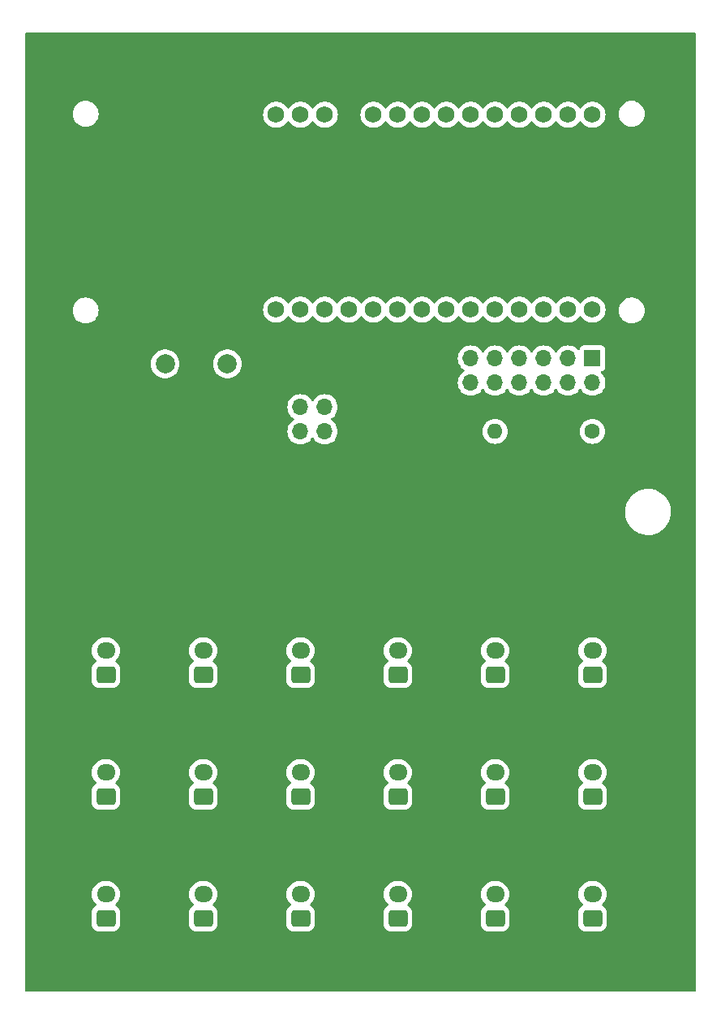
<source format=gbr>
%TF.GenerationSoftware,KiCad,Pcbnew,7.0.10-1.fc39*%
%TF.CreationDate,2024-02-14T22:36:14-06:00*%
%TF.ProjectId,mkr-sensor-shield,6d6b722d-7365-46e7-936f-722d73686965,rev?*%
%TF.SameCoordinates,Original*%
%TF.FileFunction,Copper,L2,Bot*%
%TF.FilePolarity,Positive*%
%FSLAX46Y46*%
G04 Gerber Fmt 4.6, Leading zero omitted, Abs format (unit mm)*
G04 Created by KiCad (PCBNEW 7.0.10-1.fc39) date 2024-02-14 22:36:14*
%MOMM*%
%LPD*%
G01*
G04 APERTURE LIST*
G04 Aperture macros list*
%AMRoundRect*
0 Rectangle with rounded corners*
0 $1 Rounding radius*
0 $2 $3 $4 $5 $6 $7 $8 $9 X,Y pos of 4 corners*
0 Add a 4 corners polygon primitive as box body*
4,1,4,$2,$3,$4,$5,$6,$7,$8,$9,$2,$3,0*
0 Add four circle primitives for the rounded corners*
1,1,$1+$1,$2,$3*
1,1,$1+$1,$4,$5*
1,1,$1+$1,$6,$7*
1,1,$1+$1,$8,$9*
0 Add four rect primitives between the rounded corners*
20,1,$1+$1,$2,$3,$4,$5,0*
20,1,$1+$1,$4,$5,$6,$7,0*
20,1,$1+$1,$6,$7,$8,$9,0*
20,1,$1+$1,$8,$9,$2,$3,0*%
G04 Aperture macros list end*
%TA.AperFunction,ComponentPad*%
%ADD10RoundRect,0.250000X0.725000X-0.600000X0.725000X0.600000X-0.725000X0.600000X-0.725000X-0.600000X0*%
%TD*%
%TA.AperFunction,ComponentPad*%
%ADD11O,1.950000X1.700000*%
%TD*%
%TA.AperFunction,ComponentPad*%
%ADD12C,2.000000*%
%TD*%
%TA.AperFunction,ComponentPad*%
%ADD13C,1.727200*%
%TD*%
%TA.AperFunction,ComponentPad*%
%ADD14R,1.727200X1.727200*%
%TD*%
%TA.AperFunction,ComponentPad*%
%ADD15R,1.700000X1.700000*%
%TD*%
%TA.AperFunction,ComponentPad*%
%ADD16O,1.700000X1.700000*%
%TD*%
%TA.AperFunction,ComponentPad*%
%ADD17C,1.600000*%
%TD*%
%TA.AperFunction,ComponentPad*%
%ADD18O,1.600000X1.600000*%
%TD*%
G04 APERTURE END LIST*
D10*
%TO.P,J5,1,Pin_1*%
%TO.N,+3.3V*%
X164110001Y-141125001D03*
D11*
%TO.P,J5,2,Pin_2*%
%TO.N,DATA*%
X164110001Y-138625001D03*
%TO.P,J5,3,Pin_3*%
%TO.N,GND*%
X164110001Y-136125001D03*
%TD*%
D10*
%TO.P,J10,1,Pin_1*%
%TO.N,+3.3V*%
X143790001Y-128425001D03*
D11*
%TO.P,J10,2,Pin_2*%
%TO.N,DATA*%
X143790001Y-125925001D03*
%TO.P,J10,3,Pin_3*%
%TO.N,GND*%
X143790001Y-123425001D03*
%TD*%
D10*
%TO.P,J18,1,Pin_1*%
%TO.N,+3.3V*%
X153950001Y-115725001D03*
D11*
%TO.P,J18,2,Pin_2*%
%TO.N,DATA*%
X153950001Y-113225001D03*
%TO.P,J18,3,Pin_3*%
%TO.N,GND*%
X153950001Y-110725001D03*
%TD*%
D10*
%TO.P,J15,1,Pin_1*%
%TO.N,+3.3V*%
X184430001Y-115725001D03*
D11*
%TO.P,J15,2,Pin_2*%
%TO.N,DATA*%
X184430001Y-113225001D03*
%TO.P,J15,3,Pin_3*%
%TO.N,GND*%
X184430001Y-110725001D03*
%TD*%
D12*
%TO.P,SW1,1,1*%
%TO.N,Net-(A1-RESET)*%
X139804801Y-83335001D03*
X146304801Y-83335001D03*
%TO.P,SW1,2,2*%
%TO.N,GND*%
X139804801Y-87835001D03*
X146304801Y-87835001D03*
%TD*%
D10*
%TO.P,J7,1,Pin_1*%
%TO.N,+3.3V*%
X184430001Y-141125001D03*
D11*
%TO.P,J7,2,Pin_2*%
%TO.N,DATA*%
X184430001Y-138625001D03*
%TO.P,J7,3,Pin_3*%
%TO.N,GND*%
X184430001Y-136125001D03*
%TD*%
D10*
%TO.P,J9,1,Pin_1*%
%TO.N,+3.3V*%
X133630001Y-128425001D03*
D11*
%TO.P,J9,2,Pin_2*%
%TO.N,DATA*%
X133630001Y-125925001D03*
%TO.P,J9,3,Pin_3*%
%TO.N,GND*%
X133630001Y-123425001D03*
%TD*%
D10*
%TO.P,J16,1,Pin_1*%
%TO.N,+3.3V*%
X133630001Y-115725001D03*
D11*
%TO.P,J16,2,Pin_2*%
%TO.N,DATA*%
X133630001Y-113225001D03*
%TO.P,J16,3,Pin_3*%
%TO.N,GND*%
X133630001Y-110725001D03*
%TD*%
D10*
%TO.P,J6,1,Pin_1*%
%TO.N,+3.3V*%
X174270001Y-141125001D03*
D11*
%TO.P,J6,2,Pin_2*%
%TO.N,DATA*%
X174270001Y-138625001D03*
%TO.P,J6,3,Pin_3*%
%TO.N,GND*%
X174270001Y-136125001D03*
%TD*%
D13*
%TO.P,A1,3V3,3.3V*%
%TO.N,+3.3V*%
X156474801Y-57355001D03*
%TO.P,A1,5V,5V*%
%TO.N,unconnected-(A1-Pad5V)*%
X151394801Y-57355001D03*
%TO.P,A1,A0,A0/DAC*%
%TO.N,Net-(A1-A0{slash}DAC)*%
X153934801Y-77675001D03*
%TO.P,A1,A1,A1*%
%TO.N,Net-(J20-Pin_4)*%
X156474801Y-77675001D03*
%TO.P,A1,A2,A2*%
%TO.N,unconnected-(A1-PadA2)*%
X159014801Y-77675001D03*
%TO.P,A1,A3,A3*%
%TO.N,unconnected-(A1-PadA3)*%
X161554801Y-77675001D03*
%TO.P,A1,A4,A4*%
%TO.N,unconnected-(A1-PadA4)*%
X164094801Y-77675001D03*
%TO.P,A1,A5,A5*%
%TO.N,unconnected-(A1-PadA5)*%
X166634801Y-77675001D03*
%TO.P,A1,A6,A6*%
%TO.N,unconnected-(A1-PadA6)*%
X169174801Y-77675001D03*
%TO.P,A1,AREF,AREF*%
%TO.N,unconnected-(A1-PadAREF)*%
X151394801Y-77675001D03*
%TO.P,A1,D0,D0*%
%TO.N,Net-(J1-Pin_11)*%
X171714801Y-77675001D03*
%TO.P,A1,D1,D1*%
%TO.N,Net-(J1-Pin_9)*%
X174254801Y-77675001D03*
%TO.P,A1,D2,D2*%
%TO.N,Net-(J1-Pin_7)*%
X176794801Y-77675001D03*
%TO.P,A1,D3,D3*%
%TO.N,Net-(J1-Pin_5)*%
X179334801Y-77675001D03*
%TO.P,A1,D4,D4*%
%TO.N,Net-(J1-Pin_3)*%
X181874801Y-77675001D03*
%TO.P,A1,D5,D5*%
%TO.N,Net-(J1-Pin_1)*%
X184414801Y-77675001D03*
%TO.P,A1,D6,D6*%
%TO.N,unconnected-(A1-PadD6)*%
X184414801Y-57355001D03*
%TO.P,A1,D7,D7*%
%TO.N,unconnected-(A1-PadD7)*%
X181874801Y-57355001D03*
%TO.P,A1,D8,D8_MOSI*%
%TO.N,unconnected-(A1-D8_MOSI-PadD8)*%
X179334801Y-57355001D03*
%TO.P,A1,D9,D9_SCK*%
%TO.N,unconnected-(A1-D9_SCK-PadD9)*%
X176794801Y-57355001D03*
%TO.P,A1,D10,D10_MISO*%
%TO.N,unconnected-(A1-D10_MISO-PadD10)*%
X174254801Y-57355001D03*
%TO.P,A1,D11,D11/SDA*%
%TO.N,unconnected-(A1-D11{slash}SDA-PadD11)*%
X171714801Y-57355001D03*
%TO.P,A1,D12,D12/SCL*%
%TO.N,unconnected-(A1-D12{slash}SCL-PadD12)*%
X169174801Y-57355001D03*
%TO.P,A1,D13,D13/RX*%
%TO.N,unconnected-(A1-D13{slash}RX-PadD13)*%
X166634801Y-57355001D03*
%TO.P,A1,D14,D14/TX*%
%TO.N,unconnected-(A1-D14{slash}TX-PadD14)*%
X164094801Y-57355001D03*
D14*
%TO.P,A1,GND,GND*%
%TO.N,GND*%
X159014801Y-57355001D03*
D13*
%TO.P,A1,RST,RESET*%
%TO.N,Net-(A1-RESET)*%
X161554801Y-57355001D03*
%TO.P,A1,VIN,VIN*%
%TO.N,unconnected-(A1-PadVIN)*%
X153934801Y-57355001D03*
%TD*%
D10*
%TO.P,J17,1,Pin_1*%
%TO.N,+3.3V*%
X143790001Y-115725001D03*
D11*
%TO.P,J17,2,Pin_2*%
%TO.N,DATA*%
X143790001Y-113225001D03*
%TO.P,J17,3,Pin_3*%
%TO.N,GND*%
X143790001Y-110725001D03*
%TD*%
D10*
%TO.P,J3,1,Pin_1*%
%TO.N,+3.3V*%
X143790001Y-141125001D03*
D11*
%TO.P,J3,2,Pin_2*%
%TO.N,DATA*%
X143790001Y-138625001D03*
%TO.P,J3,3,Pin_3*%
%TO.N,GND*%
X143790001Y-136125001D03*
%TD*%
D10*
%TO.P,J8,1,Pin_1*%
%TO.N,+3.3V*%
X184430001Y-128425001D03*
D11*
%TO.P,J8,2,Pin_2*%
%TO.N,DATA*%
X184430001Y-125925001D03*
%TO.P,J8,3,Pin_3*%
%TO.N,GND*%
X184430001Y-123425001D03*
%TD*%
D10*
%TO.P,J2,1,Pin_1*%
%TO.N,+3.3V*%
X133630001Y-141125001D03*
D11*
%TO.P,J2,2,Pin_2*%
%TO.N,DATA*%
X133630001Y-138625001D03*
%TO.P,J2,3,Pin_3*%
%TO.N,GND*%
X133630001Y-136125001D03*
%TD*%
D10*
%TO.P,J14,1,Pin_1*%
%TO.N,+3.3V*%
X174270001Y-115725001D03*
D11*
%TO.P,J14,2,Pin_2*%
%TO.N,DATA*%
X174270001Y-113225001D03*
%TO.P,J14,3,Pin_3*%
%TO.N,GND*%
X174270001Y-110725001D03*
%TD*%
D10*
%TO.P,J19,1,Pin_1*%
%TO.N,+3.3V*%
X164110001Y-115725001D03*
D11*
%TO.P,J19,2,Pin_2*%
%TO.N,DATA*%
X164110001Y-113225001D03*
%TO.P,J19,3,Pin_3*%
%TO.N,GND*%
X164110001Y-110725001D03*
%TD*%
D15*
%TO.P,J1,1,Pin_1*%
%TO.N,Net-(J1-Pin_1)*%
X184414801Y-82755001D03*
D16*
%TO.P,J1,2,Pin_2*%
%TO.N,DATA*%
X184414801Y-85295001D03*
%TO.P,J1,3,Pin_3*%
%TO.N,Net-(J1-Pin_3)*%
X181874801Y-82755001D03*
%TO.P,J1,4,Pin_4*%
%TO.N,DATA*%
X181874801Y-85295001D03*
%TO.P,J1,5,Pin_5*%
%TO.N,Net-(J1-Pin_5)*%
X179334801Y-82755001D03*
%TO.P,J1,6,Pin_6*%
%TO.N,DATA*%
X179334801Y-85295001D03*
%TO.P,J1,7,Pin_7*%
%TO.N,Net-(J1-Pin_7)*%
X176794801Y-82755001D03*
%TO.P,J1,8,Pin_8*%
%TO.N,DATA*%
X176794801Y-85295001D03*
%TO.P,J1,9,Pin_9*%
%TO.N,Net-(J1-Pin_9)*%
X174254801Y-82755001D03*
%TO.P,J1,10,Pin_10*%
%TO.N,DATA*%
X174254801Y-85295001D03*
%TO.P,J1,11,Pin_11*%
%TO.N,Net-(J1-Pin_11)*%
X171714801Y-82755001D03*
%TO.P,J1,12,Pin_12*%
%TO.N,DATA*%
X171714801Y-85295001D03*
%TD*%
D10*
%TO.P,J12,1,Pin_1*%
%TO.N,+3.3V*%
X164110001Y-128425001D03*
D11*
%TO.P,J12,2,Pin_2*%
%TO.N,DATA*%
X164110001Y-125925001D03*
%TO.P,J12,3,Pin_3*%
%TO.N,GND*%
X164110001Y-123425001D03*
%TD*%
D10*
%TO.P,J11,1,Pin_1*%
%TO.N,+3.3V*%
X153950001Y-128425001D03*
D11*
%TO.P,J11,2,Pin_2*%
%TO.N,DATA*%
X153950001Y-125925001D03*
%TO.P,J11,3,Pin_3*%
%TO.N,GND*%
X153950001Y-123425001D03*
%TD*%
D10*
%TO.P,J4,1,Pin_1*%
%TO.N,+3.3V*%
X153950001Y-141125001D03*
D11*
%TO.P,J4,2,Pin_2*%
%TO.N,DATA*%
X153950001Y-138625001D03*
%TO.P,J4,3,Pin_3*%
%TO.N,GND*%
X153950001Y-136125001D03*
%TD*%
D17*
%TO.P,R1,1*%
%TO.N,DATA*%
X184404801Y-90375001D03*
D18*
%TO.P,R1,2*%
%TO.N,+3.3V*%
X174244801Y-90375001D03*
%TD*%
D10*
%TO.P,J13,1,Pin_1*%
%TO.N,+3.3V*%
X174270001Y-128425001D03*
D11*
%TO.P,J13,2,Pin_2*%
%TO.N,DATA*%
X174270001Y-125925001D03*
%TO.P,J13,3,Pin_3*%
%TO.N,GND*%
X174270001Y-123425001D03*
%TD*%
D15*
%TO.P,J20,1,Pin_1*%
%TO.N,GND*%
X153924801Y-85295001D03*
D16*
%TO.P,J20,2,Pin_2*%
X156464801Y-85295001D03*
%TO.P,J20,3,Pin_3*%
%TO.N,Net-(A1-A0{slash}DAC)*%
X153924801Y-87835001D03*
%TO.P,J20,4,Pin_4*%
%TO.N,Net-(J20-Pin_4)*%
X156464801Y-87835001D03*
%TO.P,J20,5,Pin_5*%
%TO.N,+3.3V*%
X153924801Y-90375001D03*
%TO.P,J20,6,Pin_6*%
X156464801Y-90375001D03*
%TD*%
%TA.AperFunction,Conductor*%
%TO.N,GND*%
G36*
X195152540Y-48785186D02*
G01*
X195198295Y-48837990D01*
X195209501Y-48889501D01*
X195209501Y-148640501D01*
X195189816Y-148707540D01*
X195137012Y-148753295D01*
X195085501Y-148764501D01*
X125334501Y-148764501D01*
X125267462Y-148744816D01*
X125221707Y-148692012D01*
X125210501Y-148640501D01*
X125210501Y-138625001D01*
X132149342Y-138625001D01*
X132169937Y-138860404D01*
X132169939Y-138860414D01*
X132231095Y-139088656D01*
X132231097Y-139088660D01*
X132231098Y-139088664D01*
X132281032Y-139195747D01*
X132330965Y-139302829D01*
X132330966Y-139302831D01*
X132466506Y-139496403D01*
X132613705Y-139643602D01*
X132647190Y-139704925D01*
X132642206Y-139774617D01*
X132600334Y-139830550D01*
X132591121Y-139836821D01*
X132436348Y-139932286D01*
X132436344Y-139932289D01*
X132312290Y-140056343D01*
X132220188Y-140205664D01*
X132220187Y-140205667D01*
X132165002Y-140372204D01*
X132165002Y-140372205D01*
X132165001Y-140372205D01*
X132154501Y-140474984D01*
X132154501Y-141775002D01*
X132154502Y-141775019D01*
X132165001Y-141877797D01*
X132165002Y-141877800D01*
X132220186Y-142044332D01*
X132220187Y-142044335D01*
X132312289Y-142193657D01*
X132436345Y-142317713D01*
X132585667Y-142409815D01*
X132752204Y-142465000D01*
X132854992Y-142475501D01*
X134405009Y-142475500D01*
X134507798Y-142465000D01*
X134674335Y-142409815D01*
X134823657Y-142317713D01*
X134947713Y-142193657D01*
X135039815Y-142044335D01*
X135095000Y-141877798D01*
X135105501Y-141775010D01*
X135105500Y-140474993D01*
X135095000Y-140372204D01*
X135039815Y-140205667D01*
X134947713Y-140056345D01*
X134823657Y-139932289D01*
X134742659Y-139882329D01*
X134668880Y-139836822D01*
X134622156Y-139784874D01*
X134610933Y-139715911D01*
X134638777Y-139651829D01*
X134646296Y-139643602D01*
X134793496Y-139496402D01*
X134929036Y-139302831D01*
X135028904Y-139088664D01*
X135090064Y-138860409D01*
X135110660Y-138625001D01*
X142309342Y-138625001D01*
X142329937Y-138860404D01*
X142329939Y-138860414D01*
X142391095Y-139088656D01*
X142391097Y-139088660D01*
X142391098Y-139088664D01*
X142441032Y-139195747D01*
X142490965Y-139302829D01*
X142490966Y-139302831D01*
X142626506Y-139496403D01*
X142773705Y-139643602D01*
X142807190Y-139704925D01*
X142802206Y-139774617D01*
X142760334Y-139830550D01*
X142751121Y-139836821D01*
X142596348Y-139932286D01*
X142596344Y-139932289D01*
X142472290Y-140056343D01*
X142380188Y-140205664D01*
X142380187Y-140205667D01*
X142325002Y-140372204D01*
X142325002Y-140372205D01*
X142325001Y-140372205D01*
X142314501Y-140474984D01*
X142314501Y-141775002D01*
X142314502Y-141775019D01*
X142325001Y-141877797D01*
X142325002Y-141877800D01*
X142380186Y-142044332D01*
X142380187Y-142044335D01*
X142472289Y-142193657D01*
X142596345Y-142317713D01*
X142745667Y-142409815D01*
X142912204Y-142465000D01*
X143014992Y-142475501D01*
X144565009Y-142475500D01*
X144667798Y-142465000D01*
X144834335Y-142409815D01*
X144983657Y-142317713D01*
X145107713Y-142193657D01*
X145199815Y-142044335D01*
X145255000Y-141877798D01*
X145265501Y-141775010D01*
X145265500Y-140474993D01*
X145255000Y-140372204D01*
X145199815Y-140205667D01*
X145107713Y-140056345D01*
X144983657Y-139932289D01*
X144902659Y-139882329D01*
X144828880Y-139836822D01*
X144782156Y-139784874D01*
X144770933Y-139715911D01*
X144798777Y-139651829D01*
X144806296Y-139643602D01*
X144953496Y-139496402D01*
X145089036Y-139302831D01*
X145188904Y-139088664D01*
X145250064Y-138860409D01*
X145270660Y-138625001D01*
X152469342Y-138625001D01*
X152489937Y-138860404D01*
X152489939Y-138860414D01*
X152551095Y-139088656D01*
X152551097Y-139088660D01*
X152551098Y-139088664D01*
X152601032Y-139195747D01*
X152650965Y-139302829D01*
X152650966Y-139302831D01*
X152786506Y-139496403D01*
X152933705Y-139643602D01*
X152967190Y-139704925D01*
X152962206Y-139774617D01*
X152920334Y-139830550D01*
X152911121Y-139836821D01*
X152756348Y-139932286D01*
X152756344Y-139932289D01*
X152632290Y-140056343D01*
X152540188Y-140205664D01*
X152540187Y-140205667D01*
X152485002Y-140372204D01*
X152485002Y-140372205D01*
X152485001Y-140372205D01*
X152474501Y-140474984D01*
X152474501Y-141775002D01*
X152474502Y-141775019D01*
X152485001Y-141877797D01*
X152485002Y-141877800D01*
X152540186Y-142044332D01*
X152540187Y-142044335D01*
X152632289Y-142193657D01*
X152756345Y-142317713D01*
X152905667Y-142409815D01*
X153072204Y-142465000D01*
X153174992Y-142475501D01*
X154725009Y-142475500D01*
X154827798Y-142465000D01*
X154994335Y-142409815D01*
X155143657Y-142317713D01*
X155267713Y-142193657D01*
X155359815Y-142044335D01*
X155415000Y-141877798D01*
X155425501Y-141775010D01*
X155425500Y-140474993D01*
X155415000Y-140372204D01*
X155359815Y-140205667D01*
X155267713Y-140056345D01*
X155143657Y-139932289D01*
X155062659Y-139882329D01*
X154988880Y-139836822D01*
X154942156Y-139784874D01*
X154930933Y-139715911D01*
X154958777Y-139651829D01*
X154966296Y-139643602D01*
X155113496Y-139496402D01*
X155249036Y-139302831D01*
X155348904Y-139088664D01*
X155410064Y-138860409D01*
X155430660Y-138625001D01*
X162629342Y-138625001D01*
X162649937Y-138860404D01*
X162649939Y-138860414D01*
X162711095Y-139088656D01*
X162711097Y-139088660D01*
X162711098Y-139088664D01*
X162761032Y-139195747D01*
X162810965Y-139302829D01*
X162810966Y-139302831D01*
X162946506Y-139496403D01*
X163093705Y-139643602D01*
X163127190Y-139704925D01*
X163122206Y-139774617D01*
X163080334Y-139830550D01*
X163071121Y-139836821D01*
X162916348Y-139932286D01*
X162916344Y-139932289D01*
X162792290Y-140056343D01*
X162700188Y-140205664D01*
X162700187Y-140205667D01*
X162645002Y-140372204D01*
X162645002Y-140372205D01*
X162645001Y-140372205D01*
X162634501Y-140474984D01*
X162634501Y-141775002D01*
X162634502Y-141775019D01*
X162645001Y-141877797D01*
X162645002Y-141877800D01*
X162700186Y-142044332D01*
X162700187Y-142044335D01*
X162792289Y-142193657D01*
X162916345Y-142317713D01*
X163065667Y-142409815D01*
X163232204Y-142465000D01*
X163334992Y-142475501D01*
X164885009Y-142475500D01*
X164987798Y-142465000D01*
X165154335Y-142409815D01*
X165303657Y-142317713D01*
X165427713Y-142193657D01*
X165519815Y-142044335D01*
X165575000Y-141877798D01*
X165585501Y-141775010D01*
X165585500Y-140474993D01*
X165575000Y-140372204D01*
X165519815Y-140205667D01*
X165427713Y-140056345D01*
X165303657Y-139932289D01*
X165222659Y-139882329D01*
X165148880Y-139836822D01*
X165102156Y-139784874D01*
X165090933Y-139715911D01*
X165118777Y-139651829D01*
X165126296Y-139643602D01*
X165273496Y-139496402D01*
X165409036Y-139302831D01*
X165508904Y-139088664D01*
X165570064Y-138860409D01*
X165590660Y-138625001D01*
X172789342Y-138625001D01*
X172809937Y-138860404D01*
X172809939Y-138860414D01*
X172871095Y-139088656D01*
X172871097Y-139088660D01*
X172871098Y-139088664D01*
X172921032Y-139195747D01*
X172970965Y-139302829D01*
X172970966Y-139302831D01*
X173106506Y-139496403D01*
X173253705Y-139643602D01*
X173287190Y-139704925D01*
X173282206Y-139774617D01*
X173240334Y-139830550D01*
X173231121Y-139836821D01*
X173076348Y-139932286D01*
X173076344Y-139932289D01*
X172952290Y-140056343D01*
X172860188Y-140205664D01*
X172860187Y-140205667D01*
X172805002Y-140372204D01*
X172805002Y-140372205D01*
X172805001Y-140372205D01*
X172794501Y-140474984D01*
X172794501Y-141775002D01*
X172794502Y-141775019D01*
X172805001Y-141877797D01*
X172805002Y-141877800D01*
X172860186Y-142044332D01*
X172860187Y-142044335D01*
X172952289Y-142193657D01*
X173076345Y-142317713D01*
X173225667Y-142409815D01*
X173392204Y-142465000D01*
X173494992Y-142475501D01*
X175045009Y-142475500D01*
X175147798Y-142465000D01*
X175314335Y-142409815D01*
X175463657Y-142317713D01*
X175587713Y-142193657D01*
X175679815Y-142044335D01*
X175735000Y-141877798D01*
X175745501Y-141775010D01*
X175745500Y-140474993D01*
X175735000Y-140372204D01*
X175679815Y-140205667D01*
X175587713Y-140056345D01*
X175463657Y-139932289D01*
X175382659Y-139882329D01*
X175308880Y-139836822D01*
X175262156Y-139784874D01*
X175250933Y-139715911D01*
X175278777Y-139651829D01*
X175286296Y-139643602D01*
X175433496Y-139496402D01*
X175569036Y-139302831D01*
X175668904Y-139088664D01*
X175730064Y-138860409D01*
X175750660Y-138625001D01*
X182949342Y-138625001D01*
X182969937Y-138860404D01*
X182969939Y-138860414D01*
X183031095Y-139088656D01*
X183031097Y-139088660D01*
X183031098Y-139088664D01*
X183081032Y-139195747D01*
X183130965Y-139302829D01*
X183130966Y-139302831D01*
X183266506Y-139496403D01*
X183413705Y-139643602D01*
X183447190Y-139704925D01*
X183442206Y-139774617D01*
X183400334Y-139830550D01*
X183391121Y-139836821D01*
X183236348Y-139932286D01*
X183236344Y-139932289D01*
X183112290Y-140056343D01*
X183020188Y-140205664D01*
X183020187Y-140205667D01*
X182965002Y-140372204D01*
X182965002Y-140372205D01*
X182965001Y-140372205D01*
X182954501Y-140474984D01*
X182954501Y-141775002D01*
X182954502Y-141775019D01*
X182965001Y-141877797D01*
X182965002Y-141877800D01*
X183020186Y-142044332D01*
X183020187Y-142044335D01*
X183112289Y-142193657D01*
X183236345Y-142317713D01*
X183385667Y-142409815D01*
X183552204Y-142465000D01*
X183654992Y-142475501D01*
X185205009Y-142475500D01*
X185307798Y-142465000D01*
X185474335Y-142409815D01*
X185623657Y-142317713D01*
X185747713Y-142193657D01*
X185839815Y-142044335D01*
X185895000Y-141877798D01*
X185905501Y-141775010D01*
X185905500Y-140474993D01*
X185895000Y-140372204D01*
X185839815Y-140205667D01*
X185747713Y-140056345D01*
X185623657Y-139932289D01*
X185542659Y-139882329D01*
X185468880Y-139836822D01*
X185422156Y-139784874D01*
X185410933Y-139715911D01*
X185438777Y-139651829D01*
X185446296Y-139643602D01*
X185593496Y-139496402D01*
X185729036Y-139302831D01*
X185828904Y-139088664D01*
X185890064Y-138860409D01*
X185910660Y-138625001D01*
X185890064Y-138389593D01*
X185828904Y-138161338D01*
X185729036Y-137947172D01*
X185729035Y-137947170D01*
X185593495Y-137753598D01*
X185426403Y-137586506D01*
X185232831Y-137450966D01*
X185232829Y-137450965D01*
X185125747Y-137401032D01*
X185018664Y-137351098D01*
X185018660Y-137351097D01*
X185018656Y-137351095D01*
X184790414Y-137289939D01*
X184790404Y-137289937D01*
X184613968Y-137274501D01*
X184613967Y-137274501D01*
X184246035Y-137274501D01*
X184246034Y-137274501D01*
X184069597Y-137289937D01*
X184069587Y-137289939D01*
X183841345Y-137351095D01*
X183841336Y-137351099D01*
X183627172Y-137450965D01*
X183627170Y-137450966D01*
X183433598Y-137586506D01*
X183266507Y-137753598D01*
X183266502Y-137753605D01*
X183130968Y-137947166D01*
X183130966Y-137947170D01*
X183031099Y-138161336D01*
X183031095Y-138161345D01*
X182969939Y-138389587D01*
X182969937Y-138389597D01*
X182949342Y-138625000D01*
X182949342Y-138625001D01*
X175750660Y-138625001D01*
X175730064Y-138389593D01*
X175668904Y-138161338D01*
X175569036Y-137947172D01*
X175569035Y-137947170D01*
X175433495Y-137753598D01*
X175266403Y-137586506D01*
X175072831Y-137450966D01*
X175072829Y-137450965D01*
X174965747Y-137401032D01*
X174858664Y-137351098D01*
X174858660Y-137351097D01*
X174858656Y-137351095D01*
X174630414Y-137289939D01*
X174630404Y-137289937D01*
X174453968Y-137274501D01*
X174453967Y-137274501D01*
X174086035Y-137274501D01*
X174086034Y-137274501D01*
X173909597Y-137289937D01*
X173909587Y-137289939D01*
X173681345Y-137351095D01*
X173681336Y-137351099D01*
X173467172Y-137450965D01*
X173467170Y-137450966D01*
X173273598Y-137586506D01*
X173106507Y-137753598D01*
X173106502Y-137753605D01*
X172970968Y-137947166D01*
X172970966Y-137947170D01*
X172871099Y-138161336D01*
X172871095Y-138161345D01*
X172809939Y-138389587D01*
X172809937Y-138389597D01*
X172789342Y-138625000D01*
X172789342Y-138625001D01*
X165590660Y-138625001D01*
X165570064Y-138389593D01*
X165508904Y-138161338D01*
X165409036Y-137947172D01*
X165409035Y-137947170D01*
X165273495Y-137753598D01*
X165106403Y-137586506D01*
X164912831Y-137450966D01*
X164912829Y-137450965D01*
X164805747Y-137401032D01*
X164698664Y-137351098D01*
X164698660Y-137351097D01*
X164698656Y-137351095D01*
X164470414Y-137289939D01*
X164470404Y-137289937D01*
X164293968Y-137274501D01*
X164293967Y-137274501D01*
X163926035Y-137274501D01*
X163926034Y-137274501D01*
X163749597Y-137289937D01*
X163749587Y-137289939D01*
X163521345Y-137351095D01*
X163521336Y-137351099D01*
X163307172Y-137450965D01*
X163307170Y-137450966D01*
X163113598Y-137586506D01*
X162946507Y-137753598D01*
X162946502Y-137753605D01*
X162810968Y-137947166D01*
X162810966Y-137947170D01*
X162711099Y-138161336D01*
X162711095Y-138161345D01*
X162649939Y-138389587D01*
X162649937Y-138389597D01*
X162629342Y-138625000D01*
X162629342Y-138625001D01*
X155430660Y-138625001D01*
X155410064Y-138389593D01*
X155348904Y-138161338D01*
X155249036Y-137947172D01*
X155249035Y-137947170D01*
X155113495Y-137753598D01*
X154946403Y-137586506D01*
X154752831Y-137450966D01*
X154752829Y-137450965D01*
X154645747Y-137401032D01*
X154538664Y-137351098D01*
X154538660Y-137351097D01*
X154538656Y-137351095D01*
X154310414Y-137289939D01*
X154310404Y-137289937D01*
X154133968Y-137274501D01*
X154133967Y-137274501D01*
X153766035Y-137274501D01*
X153766034Y-137274501D01*
X153589597Y-137289937D01*
X153589587Y-137289939D01*
X153361345Y-137351095D01*
X153361336Y-137351099D01*
X153147172Y-137450965D01*
X153147170Y-137450966D01*
X152953598Y-137586506D01*
X152786507Y-137753598D01*
X152786502Y-137753605D01*
X152650968Y-137947166D01*
X152650966Y-137947170D01*
X152551099Y-138161336D01*
X152551095Y-138161345D01*
X152489939Y-138389587D01*
X152489937Y-138389597D01*
X152469342Y-138625000D01*
X152469342Y-138625001D01*
X145270660Y-138625001D01*
X145250064Y-138389593D01*
X145188904Y-138161338D01*
X145089036Y-137947172D01*
X145089035Y-137947170D01*
X144953495Y-137753598D01*
X144786403Y-137586506D01*
X144592831Y-137450966D01*
X144592829Y-137450965D01*
X144485747Y-137401032D01*
X144378664Y-137351098D01*
X144378660Y-137351097D01*
X144378656Y-137351095D01*
X144150414Y-137289939D01*
X144150404Y-137289937D01*
X143973968Y-137274501D01*
X143973967Y-137274501D01*
X143606035Y-137274501D01*
X143606034Y-137274501D01*
X143429597Y-137289937D01*
X143429587Y-137289939D01*
X143201345Y-137351095D01*
X143201336Y-137351099D01*
X142987172Y-137450965D01*
X142987170Y-137450966D01*
X142793598Y-137586506D01*
X142626507Y-137753598D01*
X142626502Y-137753605D01*
X142490968Y-137947166D01*
X142490966Y-137947170D01*
X142391099Y-138161336D01*
X142391095Y-138161345D01*
X142329939Y-138389587D01*
X142329937Y-138389597D01*
X142309342Y-138625000D01*
X142309342Y-138625001D01*
X135110660Y-138625001D01*
X135090064Y-138389593D01*
X135028904Y-138161338D01*
X134929036Y-137947172D01*
X134929035Y-137947170D01*
X134793495Y-137753598D01*
X134626403Y-137586506D01*
X134432831Y-137450966D01*
X134432829Y-137450965D01*
X134325747Y-137401032D01*
X134218664Y-137351098D01*
X134218660Y-137351097D01*
X134218656Y-137351095D01*
X133990414Y-137289939D01*
X133990404Y-137289937D01*
X133813968Y-137274501D01*
X133813967Y-137274501D01*
X133446035Y-137274501D01*
X133446034Y-137274501D01*
X133269597Y-137289937D01*
X133269587Y-137289939D01*
X133041345Y-137351095D01*
X133041336Y-137351099D01*
X132827172Y-137450965D01*
X132827170Y-137450966D01*
X132633598Y-137586506D01*
X132466507Y-137753598D01*
X132466502Y-137753605D01*
X132330968Y-137947166D01*
X132330966Y-137947170D01*
X132231099Y-138161336D01*
X132231095Y-138161345D01*
X132169939Y-138389587D01*
X132169937Y-138389597D01*
X132149342Y-138625000D01*
X132149342Y-138625001D01*
X125210501Y-138625001D01*
X125210501Y-125925001D01*
X132149342Y-125925001D01*
X132169937Y-126160404D01*
X132169939Y-126160414D01*
X132231095Y-126388656D01*
X132231097Y-126388660D01*
X132231098Y-126388664D01*
X132281032Y-126495747D01*
X132330965Y-126602829D01*
X132330966Y-126602831D01*
X132466506Y-126796403D01*
X132613705Y-126943602D01*
X132647190Y-127004925D01*
X132642206Y-127074617D01*
X132600334Y-127130550D01*
X132591121Y-127136821D01*
X132436348Y-127232286D01*
X132436344Y-127232289D01*
X132312290Y-127356343D01*
X132220188Y-127505664D01*
X132220187Y-127505667D01*
X132165002Y-127672204D01*
X132165002Y-127672205D01*
X132165001Y-127672205D01*
X132154501Y-127774984D01*
X132154501Y-129075002D01*
X132154502Y-129075019D01*
X132165001Y-129177797D01*
X132165002Y-129177800D01*
X132220186Y-129344332D01*
X132220187Y-129344335D01*
X132312289Y-129493657D01*
X132436345Y-129617713D01*
X132585667Y-129709815D01*
X132752204Y-129765000D01*
X132854992Y-129775501D01*
X134405009Y-129775500D01*
X134507798Y-129765000D01*
X134674335Y-129709815D01*
X134823657Y-129617713D01*
X134947713Y-129493657D01*
X135039815Y-129344335D01*
X135095000Y-129177798D01*
X135105501Y-129075010D01*
X135105500Y-127774993D01*
X135095000Y-127672204D01*
X135039815Y-127505667D01*
X134947713Y-127356345D01*
X134823657Y-127232289D01*
X134742659Y-127182329D01*
X134668880Y-127136822D01*
X134622156Y-127084874D01*
X134610933Y-127015911D01*
X134638777Y-126951829D01*
X134646296Y-126943602D01*
X134793496Y-126796402D01*
X134929036Y-126602831D01*
X135028904Y-126388664D01*
X135090064Y-126160409D01*
X135110660Y-125925001D01*
X142309342Y-125925001D01*
X142329937Y-126160404D01*
X142329939Y-126160414D01*
X142391095Y-126388656D01*
X142391097Y-126388660D01*
X142391098Y-126388664D01*
X142441032Y-126495747D01*
X142490965Y-126602829D01*
X142490966Y-126602831D01*
X142626506Y-126796403D01*
X142773705Y-126943602D01*
X142807190Y-127004925D01*
X142802206Y-127074617D01*
X142760334Y-127130550D01*
X142751121Y-127136821D01*
X142596348Y-127232286D01*
X142596344Y-127232289D01*
X142472290Y-127356343D01*
X142380188Y-127505664D01*
X142380187Y-127505667D01*
X142325002Y-127672204D01*
X142325002Y-127672205D01*
X142325001Y-127672205D01*
X142314501Y-127774984D01*
X142314501Y-129075002D01*
X142314502Y-129075019D01*
X142325001Y-129177797D01*
X142325002Y-129177800D01*
X142380186Y-129344332D01*
X142380187Y-129344335D01*
X142472289Y-129493657D01*
X142596345Y-129617713D01*
X142745667Y-129709815D01*
X142912204Y-129765000D01*
X143014992Y-129775501D01*
X144565009Y-129775500D01*
X144667798Y-129765000D01*
X144834335Y-129709815D01*
X144983657Y-129617713D01*
X145107713Y-129493657D01*
X145199815Y-129344335D01*
X145255000Y-129177798D01*
X145265501Y-129075010D01*
X145265500Y-127774993D01*
X145255000Y-127672204D01*
X145199815Y-127505667D01*
X145107713Y-127356345D01*
X144983657Y-127232289D01*
X144902659Y-127182329D01*
X144828880Y-127136822D01*
X144782156Y-127084874D01*
X144770933Y-127015911D01*
X144798777Y-126951829D01*
X144806296Y-126943602D01*
X144953496Y-126796402D01*
X145089036Y-126602831D01*
X145188904Y-126388664D01*
X145250064Y-126160409D01*
X145270660Y-125925001D01*
X152469342Y-125925001D01*
X152489937Y-126160404D01*
X152489939Y-126160414D01*
X152551095Y-126388656D01*
X152551097Y-126388660D01*
X152551098Y-126388664D01*
X152601032Y-126495747D01*
X152650965Y-126602829D01*
X152650966Y-126602831D01*
X152786506Y-126796403D01*
X152933705Y-126943602D01*
X152967190Y-127004925D01*
X152962206Y-127074617D01*
X152920334Y-127130550D01*
X152911121Y-127136821D01*
X152756348Y-127232286D01*
X152756344Y-127232289D01*
X152632290Y-127356343D01*
X152540188Y-127505664D01*
X152540187Y-127505667D01*
X152485002Y-127672204D01*
X152485002Y-127672205D01*
X152485001Y-127672205D01*
X152474501Y-127774984D01*
X152474501Y-129075002D01*
X152474502Y-129075019D01*
X152485001Y-129177797D01*
X152485002Y-129177800D01*
X152540186Y-129344332D01*
X152540187Y-129344335D01*
X152632289Y-129493657D01*
X152756345Y-129617713D01*
X152905667Y-129709815D01*
X153072204Y-129765000D01*
X153174992Y-129775501D01*
X154725009Y-129775500D01*
X154827798Y-129765000D01*
X154994335Y-129709815D01*
X155143657Y-129617713D01*
X155267713Y-129493657D01*
X155359815Y-129344335D01*
X155415000Y-129177798D01*
X155425501Y-129075010D01*
X155425500Y-127774993D01*
X155415000Y-127672204D01*
X155359815Y-127505667D01*
X155267713Y-127356345D01*
X155143657Y-127232289D01*
X155062659Y-127182329D01*
X154988880Y-127136822D01*
X154942156Y-127084874D01*
X154930933Y-127015911D01*
X154958777Y-126951829D01*
X154966296Y-126943602D01*
X155113496Y-126796402D01*
X155249036Y-126602831D01*
X155348904Y-126388664D01*
X155410064Y-126160409D01*
X155430660Y-125925001D01*
X162629342Y-125925001D01*
X162649937Y-126160404D01*
X162649939Y-126160414D01*
X162711095Y-126388656D01*
X162711097Y-126388660D01*
X162711098Y-126388664D01*
X162761032Y-126495747D01*
X162810965Y-126602829D01*
X162810966Y-126602831D01*
X162946506Y-126796403D01*
X163093705Y-126943602D01*
X163127190Y-127004925D01*
X163122206Y-127074617D01*
X163080334Y-127130550D01*
X163071121Y-127136821D01*
X162916348Y-127232286D01*
X162916344Y-127232289D01*
X162792290Y-127356343D01*
X162700188Y-127505664D01*
X162700187Y-127505667D01*
X162645002Y-127672204D01*
X162645002Y-127672205D01*
X162645001Y-127672205D01*
X162634501Y-127774984D01*
X162634501Y-129075002D01*
X162634502Y-129075019D01*
X162645001Y-129177797D01*
X162645002Y-129177800D01*
X162700186Y-129344332D01*
X162700187Y-129344335D01*
X162792289Y-129493657D01*
X162916345Y-129617713D01*
X163065667Y-129709815D01*
X163232204Y-129765000D01*
X163334992Y-129775501D01*
X164885009Y-129775500D01*
X164987798Y-129765000D01*
X165154335Y-129709815D01*
X165303657Y-129617713D01*
X165427713Y-129493657D01*
X165519815Y-129344335D01*
X165575000Y-129177798D01*
X165585501Y-129075010D01*
X165585500Y-127774993D01*
X165575000Y-127672204D01*
X165519815Y-127505667D01*
X165427713Y-127356345D01*
X165303657Y-127232289D01*
X165222659Y-127182329D01*
X165148880Y-127136822D01*
X165102156Y-127084874D01*
X165090933Y-127015911D01*
X165118777Y-126951829D01*
X165126296Y-126943602D01*
X165273496Y-126796402D01*
X165409036Y-126602831D01*
X165508904Y-126388664D01*
X165570064Y-126160409D01*
X165590660Y-125925001D01*
X172789342Y-125925001D01*
X172809937Y-126160404D01*
X172809939Y-126160414D01*
X172871095Y-126388656D01*
X172871097Y-126388660D01*
X172871098Y-126388664D01*
X172921032Y-126495747D01*
X172970965Y-126602829D01*
X172970966Y-126602831D01*
X173106506Y-126796403D01*
X173253705Y-126943602D01*
X173287190Y-127004925D01*
X173282206Y-127074617D01*
X173240334Y-127130550D01*
X173231121Y-127136821D01*
X173076348Y-127232286D01*
X173076344Y-127232289D01*
X172952290Y-127356343D01*
X172860188Y-127505664D01*
X172860187Y-127505667D01*
X172805002Y-127672204D01*
X172805002Y-127672205D01*
X172805001Y-127672205D01*
X172794501Y-127774984D01*
X172794501Y-129075002D01*
X172794502Y-129075019D01*
X172805001Y-129177797D01*
X172805002Y-129177800D01*
X172860186Y-129344332D01*
X172860187Y-129344335D01*
X172952289Y-129493657D01*
X173076345Y-129617713D01*
X173225667Y-129709815D01*
X173392204Y-129765000D01*
X173494992Y-129775501D01*
X175045009Y-129775500D01*
X175147798Y-129765000D01*
X175314335Y-129709815D01*
X175463657Y-129617713D01*
X175587713Y-129493657D01*
X175679815Y-129344335D01*
X175735000Y-129177798D01*
X175745501Y-129075010D01*
X175745500Y-127774993D01*
X175735000Y-127672204D01*
X175679815Y-127505667D01*
X175587713Y-127356345D01*
X175463657Y-127232289D01*
X175382659Y-127182329D01*
X175308880Y-127136822D01*
X175262156Y-127084874D01*
X175250933Y-127015911D01*
X175278777Y-126951829D01*
X175286296Y-126943602D01*
X175433496Y-126796402D01*
X175569036Y-126602831D01*
X175668904Y-126388664D01*
X175730064Y-126160409D01*
X175750660Y-125925001D01*
X182949342Y-125925001D01*
X182969937Y-126160404D01*
X182969939Y-126160414D01*
X183031095Y-126388656D01*
X183031097Y-126388660D01*
X183031098Y-126388664D01*
X183081032Y-126495747D01*
X183130965Y-126602829D01*
X183130966Y-126602831D01*
X183266506Y-126796403D01*
X183413705Y-126943602D01*
X183447190Y-127004925D01*
X183442206Y-127074617D01*
X183400334Y-127130550D01*
X183391121Y-127136821D01*
X183236348Y-127232286D01*
X183236344Y-127232289D01*
X183112290Y-127356343D01*
X183020188Y-127505664D01*
X183020187Y-127505667D01*
X182965002Y-127672204D01*
X182965002Y-127672205D01*
X182965001Y-127672205D01*
X182954501Y-127774984D01*
X182954501Y-129075002D01*
X182954502Y-129075019D01*
X182965001Y-129177797D01*
X182965002Y-129177800D01*
X183020186Y-129344332D01*
X183020187Y-129344335D01*
X183112289Y-129493657D01*
X183236345Y-129617713D01*
X183385667Y-129709815D01*
X183552204Y-129765000D01*
X183654992Y-129775501D01*
X185205009Y-129775500D01*
X185307798Y-129765000D01*
X185474335Y-129709815D01*
X185623657Y-129617713D01*
X185747713Y-129493657D01*
X185839815Y-129344335D01*
X185895000Y-129177798D01*
X185905501Y-129075010D01*
X185905500Y-127774993D01*
X185895000Y-127672204D01*
X185839815Y-127505667D01*
X185747713Y-127356345D01*
X185623657Y-127232289D01*
X185542659Y-127182329D01*
X185468880Y-127136822D01*
X185422156Y-127084874D01*
X185410933Y-127015911D01*
X185438777Y-126951829D01*
X185446296Y-126943602D01*
X185593496Y-126796402D01*
X185729036Y-126602831D01*
X185828904Y-126388664D01*
X185890064Y-126160409D01*
X185910660Y-125925001D01*
X185890064Y-125689593D01*
X185828904Y-125461338D01*
X185729036Y-125247172D01*
X185729035Y-125247170D01*
X185593495Y-125053598D01*
X185426403Y-124886506D01*
X185232831Y-124750966D01*
X185232829Y-124750965D01*
X185125747Y-124701032D01*
X185018664Y-124651098D01*
X185018660Y-124651097D01*
X185018656Y-124651095D01*
X184790414Y-124589939D01*
X184790404Y-124589937D01*
X184613968Y-124574501D01*
X184613967Y-124574501D01*
X184246035Y-124574501D01*
X184246034Y-124574501D01*
X184069597Y-124589937D01*
X184069587Y-124589939D01*
X183841345Y-124651095D01*
X183841336Y-124651099D01*
X183627172Y-124750965D01*
X183627170Y-124750966D01*
X183433598Y-124886506D01*
X183266507Y-125053598D01*
X183266502Y-125053605D01*
X183130968Y-125247166D01*
X183130966Y-125247170D01*
X183031099Y-125461336D01*
X183031095Y-125461345D01*
X182969939Y-125689587D01*
X182969937Y-125689597D01*
X182949342Y-125925000D01*
X182949342Y-125925001D01*
X175750660Y-125925001D01*
X175730064Y-125689593D01*
X175668904Y-125461338D01*
X175569036Y-125247172D01*
X175569035Y-125247170D01*
X175433495Y-125053598D01*
X175266403Y-124886506D01*
X175072831Y-124750966D01*
X175072829Y-124750965D01*
X174965747Y-124701032D01*
X174858664Y-124651098D01*
X174858660Y-124651097D01*
X174858656Y-124651095D01*
X174630414Y-124589939D01*
X174630404Y-124589937D01*
X174453968Y-124574501D01*
X174453967Y-124574501D01*
X174086035Y-124574501D01*
X174086034Y-124574501D01*
X173909597Y-124589937D01*
X173909587Y-124589939D01*
X173681345Y-124651095D01*
X173681336Y-124651099D01*
X173467172Y-124750965D01*
X173467170Y-124750966D01*
X173273598Y-124886506D01*
X173106507Y-125053598D01*
X173106502Y-125053605D01*
X172970968Y-125247166D01*
X172970966Y-125247170D01*
X172871099Y-125461336D01*
X172871095Y-125461345D01*
X172809939Y-125689587D01*
X172809937Y-125689597D01*
X172789342Y-125925000D01*
X172789342Y-125925001D01*
X165590660Y-125925001D01*
X165570064Y-125689593D01*
X165508904Y-125461338D01*
X165409036Y-125247172D01*
X165409035Y-125247170D01*
X165273495Y-125053598D01*
X165106403Y-124886506D01*
X164912831Y-124750966D01*
X164912829Y-124750965D01*
X164805747Y-124701032D01*
X164698664Y-124651098D01*
X164698660Y-124651097D01*
X164698656Y-124651095D01*
X164470414Y-124589939D01*
X164470404Y-124589937D01*
X164293968Y-124574501D01*
X164293967Y-124574501D01*
X163926035Y-124574501D01*
X163926034Y-124574501D01*
X163749597Y-124589937D01*
X163749587Y-124589939D01*
X163521345Y-124651095D01*
X163521336Y-124651099D01*
X163307172Y-124750965D01*
X163307170Y-124750966D01*
X163113598Y-124886506D01*
X162946507Y-125053598D01*
X162946502Y-125053605D01*
X162810968Y-125247166D01*
X162810966Y-125247170D01*
X162711099Y-125461336D01*
X162711095Y-125461345D01*
X162649939Y-125689587D01*
X162649937Y-125689597D01*
X162629342Y-125925000D01*
X162629342Y-125925001D01*
X155430660Y-125925001D01*
X155410064Y-125689593D01*
X155348904Y-125461338D01*
X155249036Y-125247172D01*
X155249035Y-125247170D01*
X155113495Y-125053598D01*
X154946403Y-124886506D01*
X154752831Y-124750966D01*
X154752829Y-124750965D01*
X154645747Y-124701032D01*
X154538664Y-124651098D01*
X154538660Y-124651097D01*
X154538656Y-124651095D01*
X154310414Y-124589939D01*
X154310404Y-124589937D01*
X154133968Y-124574501D01*
X154133967Y-124574501D01*
X153766035Y-124574501D01*
X153766034Y-124574501D01*
X153589597Y-124589937D01*
X153589587Y-124589939D01*
X153361345Y-124651095D01*
X153361336Y-124651099D01*
X153147172Y-124750965D01*
X153147170Y-124750966D01*
X152953598Y-124886506D01*
X152786507Y-125053598D01*
X152786502Y-125053605D01*
X152650968Y-125247166D01*
X152650966Y-125247170D01*
X152551099Y-125461336D01*
X152551095Y-125461345D01*
X152489939Y-125689587D01*
X152489937Y-125689597D01*
X152469342Y-125925000D01*
X152469342Y-125925001D01*
X145270660Y-125925001D01*
X145250064Y-125689593D01*
X145188904Y-125461338D01*
X145089036Y-125247172D01*
X145089035Y-125247170D01*
X144953495Y-125053598D01*
X144786403Y-124886506D01*
X144592831Y-124750966D01*
X144592829Y-124750965D01*
X144485747Y-124701032D01*
X144378664Y-124651098D01*
X144378660Y-124651097D01*
X144378656Y-124651095D01*
X144150414Y-124589939D01*
X144150404Y-124589937D01*
X143973968Y-124574501D01*
X143973967Y-124574501D01*
X143606035Y-124574501D01*
X143606034Y-124574501D01*
X143429597Y-124589937D01*
X143429587Y-124589939D01*
X143201345Y-124651095D01*
X143201336Y-124651099D01*
X142987172Y-124750965D01*
X142987170Y-124750966D01*
X142793598Y-124886506D01*
X142626507Y-125053598D01*
X142626502Y-125053605D01*
X142490968Y-125247166D01*
X142490966Y-125247170D01*
X142391099Y-125461336D01*
X142391095Y-125461345D01*
X142329939Y-125689587D01*
X142329937Y-125689597D01*
X142309342Y-125925000D01*
X142309342Y-125925001D01*
X135110660Y-125925001D01*
X135090064Y-125689593D01*
X135028904Y-125461338D01*
X134929036Y-125247172D01*
X134929035Y-125247170D01*
X134793495Y-125053598D01*
X134626403Y-124886506D01*
X134432831Y-124750966D01*
X134432829Y-124750965D01*
X134325747Y-124701032D01*
X134218664Y-124651098D01*
X134218660Y-124651097D01*
X134218656Y-124651095D01*
X133990414Y-124589939D01*
X133990404Y-124589937D01*
X133813968Y-124574501D01*
X133813967Y-124574501D01*
X133446035Y-124574501D01*
X133446034Y-124574501D01*
X133269597Y-124589937D01*
X133269587Y-124589939D01*
X133041345Y-124651095D01*
X133041336Y-124651099D01*
X132827172Y-124750965D01*
X132827170Y-124750966D01*
X132633598Y-124886506D01*
X132466507Y-125053598D01*
X132466502Y-125053605D01*
X132330968Y-125247166D01*
X132330966Y-125247170D01*
X132231099Y-125461336D01*
X132231095Y-125461345D01*
X132169939Y-125689587D01*
X132169937Y-125689597D01*
X132149342Y-125925000D01*
X132149342Y-125925001D01*
X125210501Y-125925001D01*
X125210501Y-113225001D01*
X132149342Y-113225001D01*
X132169937Y-113460404D01*
X132169939Y-113460414D01*
X132231095Y-113688656D01*
X132231097Y-113688660D01*
X132231098Y-113688664D01*
X132281032Y-113795747D01*
X132330965Y-113902829D01*
X132330966Y-113902831D01*
X132466506Y-114096403D01*
X132613705Y-114243602D01*
X132647190Y-114304925D01*
X132642206Y-114374617D01*
X132600334Y-114430550D01*
X132591121Y-114436821D01*
X132436348Y-114532286D01*
X132436344Y-114532289D01*
X132312290Y-114656343D01*
X132220188Y-114805664D01*
X132220187Y-114805667D01*
X132165002Y-114972204D01*
X132165002Y-114972205D01*
X132165001Y-114972205D01*
X132154501Y-115074984D01*
X132154501Y-116375002D01*
X132154502Y-116375019D01*
X132165001Y-116477797D01*
X132165002Y-116477800D01*
X132220186Y-116644332D01*
X132220187Y-116644335D01*
X132312289Y-116793657D01*
X132436345Y-116917713D01*
X132585667Y-117009815D01*
X132752204Y-117065000D01*
X132854992Y-117075501D01*
X134405009Y-117075500D01*
X134507798Y-117065000D01*
X134674335Y-117009815D01*
X134823657Y-116917713D01*
X134947713Y-116793657D01*
X135039815Y-116644335D01*
X135095000Y-116477798D01*
X135105501Y-116375010D01*
X135105500Y-115074993D01*
X135095000Y-114972204D01*
X135039815Y-114805667D01*
X134947713Y-114656345D01*
X134823657Y-114532289D01*
X134742659Y-114482329D01*
X134668880Y-114436822D01*
X134622156Y-114384874D01*
X134610933Y-114315911D01*
X134638777Y-114251829D01*
X134646296Y-114243602D01*
X134793496Y-114096402D01*
X134929036Y-113902831D01*
X135028904Y-113688664D01*
X135090064Y-113460409D01*
X135110660Y-113225001D01*
X142309342Y-113225001D01*
X142329937Y-113460404D01*
X142329939Y-113460414D01*
X142391095Y-113688656D01*
X142391097Y-113688660D01*
X142391098Y-113688664D01*
X142441032Y-113795747D01*
X142490965Y-113902829D01*
X142490966Y-113902831D01*
X142626506Y-114096403D01*
X142773705Y-114243602D01*
X142807190Y-114304925D01*
X142802206Y-114374617D01*
X142760334Y-114430550D01*
X142751121Y-114436821D01*
X142596348Y-114532286D01*
X142596344Y-114532289D01*
X142472290Y-114656343D01*
X142380188Y-114805664D01*
X142380187Y-114805667D01*
X142325002Y-114972204D01*
X142325002Y-114972205D01*
X142325001Y-114972205D01*
X142314501Y-115074984D01*
X142314501Y-116375002D01*
X142314502Y-116375019D01*
X142325001Y-116477797D01*
X142325002Y-116477800D01*
X142380186Y-116644332D01*
X142380187Y-116644335D01*
X142472289Y-116793657D01*
X142596345Y-116917713D01*
X142745667Y-117009815D01*
X142912204Y-117065000D01*
X143014992Y-117075501D01*
X144565009Y-117075500D01*
X144667798Y-117065000D01*
X144834335Y-117009815D01*
X144983657Y-116917713D01*
X145107713Y-116793657D01*
X145199815Y-116644335D01*
X145255000Y-116477798D01*
X145265501Y-116375010D01*
X145265500Y-115074993D01*
X145255000Y-114972204D01*
X145199815Y-114805667D01*
X145107713Y-114656345D01*
X144983657Y-114532289D01*
X144902659Y-114482329D01*
X144828880Y-114436822D01*
X144782156Y-114384874D01*
X144770933Y-114315911D01*
X144798777Y-114251829D01*
X144806296Y-114243602D01*
X144953496Y-114096402D01*
X145089036Y-113902831D01*
X145188904Y-113688664D01*
X145250064Y-113460409D01*
X145270660Y-113225001D01*
X152469342Y-113225001D01*
X152489937Y-113460404D01*
X152489939Y-113460414D01*
X152551095Y-113688656D01*
X152551097Y-113688660D01*
X152551098Y-113688664D01*
X152601032Y-113795747D01*
X152650965Y-113902829D01*
X152650966Y-113902831D01*
X152786506Y-114096403D01*
X152933705Y-114243602D01*
X152967190Y-114304925D01*
X152962206Y-114374617D01*
X152920334Y-114430550D01*
X152911121Y-114436821D01*
X152756348Y-114532286D01*
X152756344Y-114532289D01*
X152632290Y-114656343D01*
X152540188Y-114805664D01*
X152540187Y-114805667D01*
X152485002Y-114972204D01*
X152485002Y-114972205D01*
X152485001Y-114972205D01*
X152474501Y-115074984D01*
X152474501Y-116375002D01*
X152474502Y-116375019D01*
X152485001Y-116477797D01*
X152485002Y-116477800D01*
X152540186Y-116644332D01*
X152540187Y-116644335D01*
X152632289Y-116793657D01*
X152756345Y-116917713D01*
X152905667Y-117009815D01*
X153072204Y-117065000D01*
X153174992Y-117075501D01*
X154725009Y-117075500D01*
X154827798Y-117065000D01*
X154994335Y-117009815D01*
X155143657Y-116917713D01*
X155267713Y-116793657D01*
X155359815Y-116644335D01*
X155415000Y-116477798D01*
X155425501Y-116375010D01*
X155425500Y-115074993D01*
X155415000Y-114972204D01*
X155359815Y-114805667D01*
X155267713Y-114656345D01*
X155143657Y-114532289D01*
X155062659Y-114482329D01*
X154988880Y-114436822D01*
X154942156Y-114384874D01*
X154930933Y-114315911D01*
X154958777Y-114251829D01*
X154966296Y-114243602D01*
X155113496Y-114096402D01*
X155249036Y-113902831D01*
X155348904Y-113688664D01*
X155410064Y-113460409D01*
X155430660Y-113225001D01*
X162629342Y-113225001D01*
X162649937Y-113460404D01*
X162649939Y-113460414D01*
X162711095Y-113688656D01*
X162711097Y-113688660D01*
X162711098Y-113688664D01*
X162761032Y-113795747D01*
X162810965Y-113902829D01*
X162810966Y-113902831D01*
X162946506Y-114096403D01*
X163093705Y-114243602D01*
X163127190Y-114304925D01*
X163122206Y-114374617D01*
X163080334Y-114430550D01*
X163071121Y-114436821D01*
X162916348Y-114532286D01*
X162916344Y-114532289D01*
X162792290Y-114656343D01*
X162700188Y-114805664D01*
X162700187Y-114805667D01*
X162645002Y-114972204D01*
X162645002Y-114972205D01*
X162645001Y-114972205D01*
X162634501Y-115074984D01*
X162634501Y-116375002D01*
X162634502Y-116375019D01*
X162645001Y-116477797D01*
X162645002Y-116477800D01*
X162700186Y-116644332D01*
X162700187Y-116644335D01*
X162792289Y-116793657D01*
X162916345Y-116917713D01*
X163065667Y-117009815D01*
X163232204Y-117065000D01*
X163334992Y-117075501D01*
X164885009Y-117075500D01*
X164987798Y-117065000D01*
X165154335Y-117009815D01*
X165303657Y-116917713D01*
X165427713Y-116793657D01*
X165519815Y-116644335D01*
X165575000Y-116477798D01*
X165585501Y-116375010D01*
X165585500Y-115074993D01*
X165575000Y-114972204D01*
X165519815Y-114805667D01*
X165427713Y-114656345D01*
X165303657Y-114532289D01*
X165222659Y-114482329D01*
X165148880Y-114436822D01*
X165102156Y-114384874D01*
X165090933Y-114315911D01*
X165118777Y-114251829D01*
X165126296Y-114243602D01*
X165273496Y-114096402D01*
X165409036Y-113902831D01*
X165508904Y-113688664D01*
X165570064Y-113460409D01*
X165590660Y-113225001D01*
X172789342Y-113225001D01*
X172809937Y-113460404D01*
X172809939Y-113460414D01*
X172871095Y-113688656D01*
X172871097Y-113688660D01*
X172871098Y-113688664D01*
X172921032Y-113795747D01*
X172970965Y-113902829D01*
X172970966Y-113902831D01*
X173106506Y-114096403D01*
X173253705Y-114243602D01*
X173287190Y-114304925D01*
X173282206Y-114374617D01*
X173240334Y-114430550D01*
X173231121Y-114436821D01*
X173076348Y-114532286D01*
X173076344Y-114532289D01*
X172952290Y-114656343D01*
X172860188Y-114805664D01*
X172860187Y-114805667D01*
X172805002Y-114972204D01*
X172805002Y-114972205D01*
X172805001Y-114972205D01*
X172794501Y-115074984D01*
X172794501Y-116375002D01*
X172794502Y-116375019D01*
X172805001Y-116477797D01*
X172805002Y-116477800D01*
X172860186Y-116644332D01*
X172860187Y-116644335D01*
X172952289Y-116793657D01*
X173076345Y-116917713D01*
X173225667Y-117009815D01*
X173392204Y-117065000D01*
X173494992Y-117075501D01*
X175045009Y-117075500D01*
X175147798Y-117065000D01*
X175314335Y-117009815D01*
X175463657Y-116917713D01*
X175587713Y-116793657D01*
X175679815Y-116644335D01*
X175735000Y-116477798D01*
X175745501Y-116375010D01*
X175745500Y-115074993D01*
X175735000Y-114972204D01*
X175679815Y-114805667D01*
X175587713Y-114656345D01*
X175463657Y-114532289D01*
X175382659Y-114482329D01*
X175308880Y-114436822D01*
X175262156Y-114384874D01*
X175250933Y-114315911D01*
X175278777Y-114251829D01*
X175286296Y-114243602D01*
X175433496Y-114096402D01*
X175569036Y-113902831D01*
X175668904Y-113688664D01*
X175730064Y-113460409D01*
X175750660Y-113225001D01*
X182949342Y-113225001D01*
X182969937Y-113460404D01*
X182969939Y-113460414D01*
X183031095Y-113688656D01*
X183031097Y-113688660D01*
X183031098Y-113688664D01*
X183081032Y-113795747D01*
X183130965Y-113902829D01*
X183130966Y-113902831D01*
X183266506Y-114096403D01*
X183413705Y-114243602D01*
X183447190Y-114304925D01*
X183442206Y-114374617D01*
X183400334Y-114430550D01*
X183391121Y-114436821D01*
X183236348Y-114532286D01*
X183236344Y-114532289D01*
X183112290Y-114656343D01*
X183020188Y-114805664D01*
X183020187Y-114805667D01*
X182965002Y-114972204D01*
X182965002Y-114972205D01*
X182965001Y-114972205D01*
X182954501Y-115074984D01*
X182954501Y-116375002D01*
X182954502Y-116375019D01*
X182965001Y-116477797D01*
X182965002Y-116477800D01*
X183020186Y-116644332D01*
X183020187Y-116644335D01*
X183112289Y-116793657D01*
X183236345Y-116917713D01*
X183385667Y-117009815D01*
X183552204Y-117065000D01*
X183654992Y-117075501D01*
X185205009Y-117075500D01*
X185307798Y-117065000D01*
X185474335Y-117009815D01*
X185623657Y-116917713D01*
X185747713Y-116793657D01*
X185839815Y-116644335D01*
X185895000Y-116477798D01*
X185905501Y-116375010D01*
X185905500Y-115074993D01*
X185895000Y-114972204D01*
X185839815Y-114805667D01*
X185747713Y-114656345D01*
X185623657Y-114532289D01*
X185542659Y-114482329D01*
X185468880Y-114436822D01*
X185422156Y-114384874D01*
X185410933Y-114315911D01*
X185438777Y-114251829D01*
X185446296Y-114243602D01*
X185593496Y-114096402D01*
X185729036Y-113902831D01*
X185828904Y-113688664D01*
X185890064Y-113460409D01*
X185910660Y-113225001D01*
X185890064Y-112989593D01*
X185828904Y-112761338D01*
X185729036Y-112547172D01*
X185729035Y-112547170D01*
X185593495Y-112353598D01*
X185426403Y-112186506D01*
X185232831Y-112050966D01*
X185232829Y-112050965D01*
X185125747Y-112001032D01*
X185018664Y-111951098D01*
X185018660Y-111951097D01*
X185018656Y-111951095D01*
X184790414Y-111889939D01*
X184790404Y-111889937D01*
X184613968Y-111874501D01*
X184613967Y-111874501D01*
X184246035Y-111874501D01*
X184246034Y-111874501D01*
X184069597Y-111889937D01*
X184069587Y-111889939D01*
X183841345Y-111951095D01*
X183841336Y-111951099D01*
X183627172Y-112050965D01*
X183627170Y-112050966D01*
X183433598Y-112186506D01*
X183266507Y-112353598D01*
X183266502Y-112353605D01*
X183130968Y-112547166D01*
X183130966Y-112547170D01*
X183031099Y-112761336D01*
X183031095Y-112761345D01*
X182969939Y-112989587D01*
X182969937Y-112989597D01*
X182949342Y-113225000D01*
X182949342Y-113225001D01*
X175750660Y-113225001D01*
X175730064Y-112989593D01*
X175668904Y-112761338D01*
X175569036Y-112547172D01*
X175569035Y-112547170D01*
X175433495Y-112353598D01*
X175266403Y-112186506D01*
X175072831Y-112050966D01*
X175072829Y-112050965D01*
X174965747Y-112001032D01*
X174858664Y-111951098D01*
X174858660Y-111951097D01*
X174858656Y-111951095D01*
X174630414Y-111889939D01*
X174630404Y-111889937D01*
X174453968Y-111874501D01*
X174453967Y-111874501D01*
X174086035Y-111874501D01*
X174086034Y-111874501D01*
X173909597Y-111889937D01*
X173909587Y-111889939D01*
X173681345Y-111951095D01*
X173681336Y-111951099D01*
X173467172Y-112050965D01*
X173467170Y-112050966D01*
X173273598Y-112186506D01*
X173106507Y-112353598D01*
X173106502Y-112353605D01*
X172970968Y-112547166D01*
X172970966Y-112547170D01*
X172871099Y-112761336D01*
X172871095Y-112761345D01*
X172809939Y-112989587D01*
X172809937Y-112989597D01*
X172789342Y-113225000D01*
X172789342Y-113225001D01*
X165590660Y-113225001D01*
X165570064Y-112989593D01*
X165508904Y-112761338D01*
X165409036Y-112547172D01*
X165409035Y-112547170D01*
X165273495Y-112353598D01*
X165106403Y-112186506D01*
X164912831Y-112050966D01*
X164912829Y-112050965D01*
X164805747Y-112001032D01*
X164698664Y-111951098D01*
X164698660Y-111951097D01*
X164698656Y-111951095D01*
X164470414Y-111889939D01*
X164470404Y-111889937D01*
X164293968Y-111874501D01*
X164293967Y-111874501D01*
X163926035Y-111874501D01*
X163926034Y-111874501D01*
X163749597Y-111889937D01*
X163749587Y-111889939D01*
X163521345Y-111951095D01*
X163521336Y-111951099D01*
X163307172Y-112050965D01*
X163307170Y-112050966D01*
X163113598Y-112186506D01*
X162946507Y-112353598D01*
X162946502Y-112353605D01*
X162810968Y-112547166D01*
X162810966Y-112547170D01*
X162711099Y-112761336D01*
X162711095Y-112761345D01*
X162649939Y-112989587D01*
X162649937Y-112989597D01*
X162629342Y-113225000D01*
X162629342Y-113225001D01*
X155430660Y-113225001D01*
X155410064Y-112989593D01*
X155348904Y-112761338D01*
X155249036Y-112547172D01*
X155249035Y-112547170D01*
X155113495Y-112353598D01*
X154946403Y-112186506D01*
X154752831Y-112050966D01*
X154752829Y-112050965D01*
X154645747Y-112001032D01*
X154538664Y-111951098D01*
X154538660Y-111951097D01*
X154538656Y-111951095D01*
X154310414Y-111889939D01*
X154310404Y-111889937D01*
X154133968Y-111874501D01*
X154133967Y-111874501D01*
X153766035Y-111874501D01*
X153766034Y-111874501D01*
X153589597Y-111889937D01*
X153589587Y-111889939D01*
X153361345Y-111951095D01*
X153361336Y-111951099D01*
X153147172Y-112050965D01*
X153147170Y-112050966D01*
X152953598Y-112186506D01*
X152786507Y-112353598D01*
X152786502Y-112353605D01*
X152650968Y-112547166D01*
X152650966Y-112547170D01*
X152551099Y-112761336D01*
X152551095Y-112761345D01*
X152489939Y-112989587D01*
X152489937Y-112989597D01*
X152469342Y-113225000D01*
X152469342Y-113225001D01*
X145270660Y-113225001D01*
X145250064Y-112989593D01*
X145188904Y-112761338D01*
X145089036Y-112547172D01*
X145089035Y-112547170D01*
X144953495Y-112353598D01*
X144786403Y-112186506D01*
X144592831Y-112050966D01*
X144592829Y-112050965D01*
X144485747Y-112001032D01*
X144378664Y-111951098D01*
X144378660Y-111951097D01*
X144378656Y-111951095D01*
X144150414Y-111889939D01*
X144150404Y-111889937D01*
X143973968Y-111874501D01*
X143973967Y-111874501D01*
X143606035Y-111874501D01*
X143606034Y-111874501D01*
X143429597Y-111889937D01*
X143429587Y-111889939D01*
X143201345Y-111951095D01*
X143201336Y-111951099D01*
X142987172Y-112050965D01*
X142987170Y-112050966D01*
X142793598Y-112186506D01*
X142626507Y-112353598D01*
X142626502Y-112353605D01*
X142490968Y-112547166D01*
X142490966Y-112547170D01*
X142391099Y-112761336D01*
X142391095Y-112761345D01*
X142329939Y-112989587D01*
X142329937Y-112989597D01*
X142309342Y-113225000D01*
X142309342Y-113225001D01*
X135110660Y-113225001D01*
X135090064Y-112989593D01*
X135028904Y-112761338D01*
X134929036Y-112547172D01*
X134929035Y-112547170D01*
X134793495Y-112353598D01*
X134626403Y-112186506D01*
X134432831Y-112050966D01*
X134432829Y-112050965D01*
X134325747Y-112001032D01*
X134218664Y-111951098D01*
X134218660Y-111951097D01*
X134218656Y-111951095D01*
X133990414Y-111889939D01*
X133990404Y-111889937D01*
X133813968Y-111874501D01*
X133813967Y-111874501D01*
X133446035Y-111874501D01*
X133446034Y-111874501D01*
X133269597Y-111889937D01*
X133269587Y-111889939D01*
X133041345Y-111951095D01*
X133041336Y-111951099D01*
X132827172Y-112050965D01*
X132827170Y-112050966D01*
X132633598Y-112186506D01*
X132466507Y-112353598D01*
X132466502Y-112353605D01*
X132330968Y-112547166D01*
X132330966Y-112547170D01*
X132231099Y-112761336D01*
X132231095Y-112761345D01*
X132169939Y-112989587D01*
X132169937Y-112989597D01*
X132149342Y-113225000D01*
X132149342Y-113225001D01*
X125210501Y-113225001D01*
X125210501Y-98687904D01*
X187805794Y-98687904D01*
X187815673Y-98995971D01*
X187815673Y-98995976D01*
X187815674Y-98995979D01*
X187864868Y-99300262D01*
X187909138Y-99449420D01*
X187952572Y-99595764D01*
X188077334Y-99877602D01*
X188077338Y-99877610D01*
X188237124Y-100141194D01*
X188237128Y-100141199D01*
X188237134Y-100141208D01*
X188429298Y-100382175D01*
X188429300Y-100382177D01*
X188429304Y-100382181D01*
X188429305Y-100382182D01*
X188650725Y-100596615D01*
X188817863Y-100721353D01*
X188897742Y-100780969D01*
X188897744Y-100780970D01*
X188897748Y-100780973D01*
X189166319Y-100932229D01*
X189307058Y-100989208D01*
X189452019Y-101047898D01*
X189452024Y-101047899D01*
X189452026Y-101047900D01*
X189750180Y-101126085D01*
X190055884Y-101165501D01*
X190055891Y-101165501D01*
X190286972Y-101165501D01*
X190286975Y-101165501D01*
X190286979Y-101165500D01*
X190286997Y-101165500D01*
X190389701Y-101158905D01*
X190517602Y-101150694D01*
X190820152Y-101091773D01*
X191112684Y-100994645D01*
X191112690Y-100994641D01*
X191112694Y-100994641D01*
X191303572Y-100902718D01*
X191390394Y-100860908D01*
X191648721Y-100692755D01*
X191883425Y-100492949D01*
X192090651Y-100264770D01*
X192266997Y-100011964D01*
X192409568Y-99738684D01*
X192516021Y-99449416D01*
X192584610Y-99148909D01*
X192614207Y-98842099D01*
X192604328Y-98534023D01*
X192555134Y-98229740D01*
X192467432Y-97934245D01*
X192467430Y-97934240D01*
X192467429Y-97934237D01*
X192342667Y-97652399D01*
X192342664Y-97652392D01*
X192182878Y-97388808D01*
X192182871Y-97388800D01*
X192182867Y-97388793D01*
X191990703Y-97147826D01*
X191990701Y-97147824D01*
X191769280Y-96933390D01*
X191769277Y-96933387D01*
X191640451Y-96837242D01*
X191522259Y-96749032D01*
X191522254Y-96749029D01*
X191253683Y-96597773D01*
X191216384Y-96582672D01*
X190967982Y-96482103D01*
X190800661Y-96438227D01*
X190669822Y-96403917D01*
X190364118Y-96364501D01*
X190133027Y-96364501D01*
X190133004Y-96364501D01*
X189902407Y-96379307D01*
X189902390Y-96379309D01*
X189599855Y-96438227D01*
X189599850Y-96438229D01*
X189307311Y-96535359D01*
X189307307Y-96535360D01*
X189029614Y-96669090D01*
X189029606Y-96669095D01*
X188771287Y-96837242D01*
X188771277Y-96837249D01*
X188536582Y-97037047D01*
X188536572Y-97037057D01*
X188329355Y-97265226D01*
X188329351Y-97265230D01*
X188153006Y-97518034D01*
X188153004Y-97518038D01*
X188010433Y-97791320D01*
X188010430Y-97791327D01*
X187903982Y-98080581D01*
X187903980Y-98080591D01*
X187835392Y-98381090D01*
X187805795Y-98687903D01*
X187805794Y-98687904D01*
X125210501Y-98687904D01*
X125210501Y-90375001D01*
X152569142Y-90375001D01*
X152589737Y-90610404D01*
X152589739Y-90610414D01*
X152650895Y-90838656D01*
X152650897Y-90838660D01*
X152650898Y-90838664D01*
X152654801Y-90847033D01*
X152750766Y-91052831D01*
X152750768Y-91052835D01*
X152859082Y-91207522D01*
X152886306Y-91246402D01*
X153053400Y-91413496D01*
X153150185Y-91481266D01*
X153246966Y-91549033D01*
X153246968Y-91549034D01*
X153246971Y-91549036D01*
X153461138Y-91648904D01*
X153689393Y-91710064D01*
X153877719Y-91726540D01*
X153924800Y-91730660D01*
X153924801Y-91730660D01*
X153924802Y-91730660D01*
X153964035Y-91727227D01*
X154160209Y-91710064D01*
X154388464Y-91648904D01*
X154602631Y-91549036D01*
X154796202Y-91413496D01*
X154963296Y-91246402D01*
X155093226Y-91060843D01*
X155147803Y-91017218D01*
X155217301Y-91010024D01*
X155279656Y-91041547D01*
X155296376Y-91060843D01*
X155426301Y-91246396D01*
X155426306Y-91246402D01*
X155593400Y-91413496D01*
X155690185Y-91481266D01*
X155786966Y-91549033D01*
X155786968Y-91549034D01*
X155786971Y-91549036D01*
X156001138Y-91648904D01*
X156229393Y-91710064D01*
X156417719Y-91726540D01*
X156464800Y-91730660D01*
X156464801Y-91730660D01*
X156464802Y-91730660D01*
X156504035Y-91727227D01*
X156700209Y-91710064D01*
X156928464Y-91648904D01*
X157142631Y-91549036D01*
X157336202Y-91413496D01*
X157503296Y-91246402D01*
X157638836Y-91052831D01*
X157738704Y-90838664D01*
X157799864Y-90610409D01*
X157820460Y-90375002D01*
X172939333Y-90375002D01*
X172959165Y-90601687D01*
X172959167Y-90601698D01*
X173018059Y-90821489D01*
X173018062Y-90821498D01*
X173114232Y-91027733D01*
X173114233Y-91027735D01*
X173244755Y-91214142D01*
X173405659Y-91375046D01*
X173405662Y-91375048D01*
X173592067Y-91505569D01*
X173798305Y-91601740D01*
X174018109Y-91660636D01*
X174180031Y-91674802D01*
X174244799Y-91680469D01*
X174244801Y-91680469D01*
X174244803Y-91680469D01*
X174301474Y-91675510D01*
X174471493Y-91660636D01*
X174691297Y-91601740D01*
X174897535Y-91505569D01*
X175083940Y-91375048D01*
X175244848Y-91214140D01*
X175375369Y-91027735D01*
X175471540Y-90821497D01*
X175530436Y-90601693D01*
X175550269Y-90375002D01*
X183099333Y-90375002D01*
X183119165Y-90601687D01*
X183119167Y-90601698D01*
X183178059Y-90821489D01*
X183178062Y-90821498D01*
X183274232Y-91027733D01*
X183274233Y-91027735D01*
X183404755Y-91214142D01*
X183565659Y-91375046D01*
X183565662Y-91375048D01*
X183752067Y-91505569D01*
X183958305Y-91601740D01*
X184178109Y-91660636D01*
X184340031Y-91674802D01*
X184404799Y-91680469D01*
X184404801Y-91680469D01*
X184404803Y-91680469D01*
X184461474Y-91675510D01*
X184631493Y-91660636D01*
X184851297Y-91601740D01*
X185057535Y-91505569D01*
X185243940Y-91375048D01*
X185404848Y-91214140D01*
X185535369Y-91027735D01*
X185631540Y-90821497D01*
X185690436Y-90601693D01*
X185710269Y-90375001D01*
X185690436Y-90148309D01*
X185631540Y-89928505D01*
X185535369Y-89722267D01*
X185404848Y-89535862D01*
X185404846Y-89535859D01*
X185243942Y-89374955D01*
X185057535Y-89244433D01*
X185057533Y-89244432D01*
X184851298Y-89148262D01*
X184851289Y-89148259D01*
X184631498Y-89089367D01*
X184631494Y-89089366D01*
X184631493Y-89089366D01*
X184631492Y-89089365D01*
X184631487Y-89089365D01*
X184404803Y-89069533D01*
X184404799Y-89069533D01*
X184178114Y-89089365D01*
X184178103Y-89089367D01*
X183958312Y-89148259D01*
X183958303Y-89148262D01*
X183752068Y-89244432D01*
X183752066Y-89244433D01*
X183565659Y-89374955D01*
X183404755Y-89535859D01*
X183274233Y-89722266D01*
X183274232Y-89722268D01*
X183178062Y-89928503D01*
X183178059Y-89928512D01*
X183119167Y-90148303D01*
X183119165Y-90148314D01*
X183099333Y-90374999D01*
X183099333Y-90375002D01*
X175550269Y-90375002D01*
X175550269Y-90375001D01*
X175530436Y-90148309D01*
X175471540Y-89928505D01*
X175375369Y-89722267D01*
X175244848Y-89535862D01*
X175244846Y-89535859D01*
X175083942Y-89374955D01*
X174897535Y-89244433D01*
X174897533Y-89244432D01*
X174691298Y-89148262D01*
X174691289Y-89148259D01*
X174471498Y-89089367D01*
X174471494Y-89089366D01*
X174471493Y-89089366D01*
X174471492Y-89089365D01*
X174471487Y-89089365D01*
X174244803Y-89069533D01*
X174244799Y-89069533D01*
X174018114Y-89089365D01*
X174018103Y-89089367D01*
X173798312Y-89148259D01*
X173798303Y-89148262D01*
X173592068Y-89244432D01*
X173592066Y-89244433D01*
X173405659Y-89374955D01*
X173244755Y-89535859D01*
X173114233Y-89722266D01*
X173114232Y-89722268D01*
X173018062Y-89928503D01*
X173018059Y-89928512D01*
X172959167Y-90148303D01*
X172959165Y-90148314D01*
X172939333Y-90374999D01*
X172939333Y-90375002D01*
X157820460Y-90375002D01*
X157820460Y-90375001D01*
X157799864Y-90139593D01*
X157738704Y-89911338D01*
X157638836Y-89697172D01*
X157633226Y-89689159D01*
X157503295Y-89503598D01*
X157336203Y-89336507D01*
X157336197Y-89336502D01*
X157150643Y-89206576D01*
X157107018Y-89151999D01*
X157099824Y-89082501D01*
X157131347Y-89020146D01*
X157150643Y-89003426D01*
X157172827Y-88987892D01*
X157336202Y-88873496D01*
X157503296Y-88706402D01*
X157638836Y-88512831D01*
X157738704Y-88298664D01*
X157799864Y-88070409D01*
X157820460Y-87835001D01*
X157799864Y-87599593D01*
X157738704Y-87371338D01*
X157638836Y-87157172D01*
X157633226Y-87149159D01*
X157503295Y-86963598D01*
X157336203Y-86796507D01*
X157336196Y-86796502D01*
X157142635Y-86660968D01*
X157142631Y-86660966D01*
X157120530Y-86650660D01*
X156928464Y-86561098D01*
X156928460Y-86561097D01*
X156928456Y-86561095D01*
X156700214Y-86499939D01*
X156700204Y-86499937D01*
X156464802Y-86479342D01*
X156464800Y-86479342D01*
X156229397Y-86499937D01*
X156229387Y-86499939D01*
X156001145Y-86561095D01*
X156001136Y-86561099D01*
X155786972Y-86660965D01*
X155786970Y-86660966D01*
X155593398Y-86796506D01*
X155426306Y-86963598D01*
X155296376Y-87149159D01*
X155241799Y-87192784D01*
X155172301Y-87199978D01*
X155109946Y-87168455D01*
X155093226Y-87149159D01*
X154963295Y-86963598D01*
X154796203Y-86796507D01*
X154796196Y-86796502D01*
X154602635Y-86660968D01*
X154602631Y-86660966D01*
X154580530Y-86650660D01*
X154388464Y-86561098D01*
X154388460Y-86561097D01*
X154388456Y-86561095D01*
X154160214Y-86499939D01*
X154160204Y-86499937D01*
X153924802Y-86479342D01*
X153924800Y-86479342D01*
X153689397Y-86499937D01*
X153689387Y-86499939D01*
X153461145Y-86561095D01*
X153461136Y-86561099D01*
X153246972Y-86660965D01*
X153246970Y-86660966D01*
X153053398Y-86796506D01*
X152886306Y-86963598D01*
X152750766Y-87157170D01*
X152750765Y-87157172D01*
X152650899Y-87371336D01*
X152650895Y-87371345D01*
X152589739Y-87599587D01*
X152589737Y-87599597D01*
X152569142Y-87835000D01*
X152569142Y-87835001D01*
X152589737Y-88070404D01*
X152589739Y-88070414D01*
X152650895Y-88298656D01*
X152650897Y-88298660D01*
X152650898Y-88298664D01*
X152654801Y-88307033D01*
X152750766Y-88512831D01*
X152750768Y-88512835D01*
X152859082Y-88667522D01*
X152886302Y-88706397D01*
X152886307Y-88706403D01*
X153053398Y-88873494D01*
X153053404Y-88873499D01*
X153238959Y-89003426D01*
X153282584Y-89058003D01*
X153289778Y-89127501D01*
X153258255Y-89189856D01*
X153238959Y-89206576D01*
X153053398Y-89336506D01*
X152886306Y-89503598D01*
X152750766Y-89697170D01*
X152750765Y-89697172D01*
X152650899Y-89911336D01*
X152650895Y-89911345D01*
X152589739Y-90139587D01*
X152589737Y-90139597D01*
X152569142Y-90375000D01*
X152569142Y-90375001D01*
X125210501Y-90375001D01*
X125210501Y-85295001D01*
X170359142Y-85295001D01*
X170379737Y-85530404D01*
X170379739Y-85530414D01*
X170440895Y-85758656D01*
X170440897Y-85758660D01*
X170440898Y-85758664D01*
X170444801Y-85767033D01*
X170540766Y-85972831D01*
X170540768Y-85972835D01*
X170649082Y-86127522D01*
X170676306Y-86166402D01*
X170843400Y-86333496D01*
X170940185Y-86401266D01*
X171036966Y-86469033D01*
X171036968Y-86469034D01*
X171036971Y-86469036D01*
X171251138Y-86568904D01*
X171479393Y-86630064D01*
X171667719Y-86646540D01*
X171714800Y-86650660D01*
X171714801Y-86650660D01*
X171714802Y-86650660D01*
X171754035Y-86647227D01*
X171950209Y-86630064D01*
X172178464Y-86568904D01*
X172392631Y-86469036D01*
X172586202Y-86333496D01*
X172753296Y-86166402D01*
X172883226Y-85980843D01*
X172937803Y-85937218D01*
X173007301Y-85930024D01*
X173069656Y-85961547D01*
X173086376Y-85980843D01*
X173216301Y-86166396D01*
X173216306Y-86166402D01*
X173383400Y-86333496D01*
X173480185Y-86401266D01*
X173576966Y-86469033D01*
X173576968Y-86469034D01*
X173576971Y-86469036D01*
X173791138Y-86568904D01*
X174019393Y-86630064D01*
X174207719Y-86646540D01*
X174254800Y-86650660D01*
X174254801Y-86650660D01*
X174254802Y-86650660D01*
X174294035Y-86647227D01*
X174490209Y-86630064D01*
X174718464Y-86568904D01*
X174932631Y-86469036D01*
X175126202Y-86333496D01*
X175293296Y-86166402D01*
X175423226Y-85980843D01*
X175477803Y-85937218D01*
X175547301Y-85930024D01*
X175609656Y-85961547D01*
X175626376Y-85980843D01*
X175756301Y-86166396D01*
X175756306Y-86166402D01*
X175923400Y-86333496D01*
X176020185Y-86401266D01*
X176116966Y-86469033D01*
X176116968Y-86469034D01*
X176116971Y-86469036D01*
X176331138Y-86568904D01*
X176559393Y-86630064D01*
X176747719Y-86646540D01*
X176794800Y-86650660D01*
X176794801Y-86650660D01*
X176794802Y-86650660D01*
X176834035Y-86647227D01*
X177030209Y-86630064D01*
X177258464Y-86568904D01*
X177472631Y-86469036D01*
X177666202Y-86333496D01*
X177833296Y-86166402D01*
X177963226Y-85980843D01*
X178017803Y-85937218D01*
X178087301Y-85930024D01*
X178149656Y-85961547D01*
X178166376Y-85980843D01*
X178296301Y-86166396D01*
X178296306Y-86166402D01*
X178463400Y-86333496D01*
X178560185Y-86401266D01*
X178656966Y-86469033D01*
X178656968Y-86469034D01*
X178656971Y-86469036D01*
X178871138Y-86568904D01*
X179099393Y-86630064D01*
X179287719Y-86646540D01*
X179334800Y-86650660D01*
X179334801Y-86650660D01*
X179334802Y-86650660D01*
X179374035Y-86647227D01*
X179570209Y-86630064D01*
X179798464Y-86568904D01*
X180012631Y-86469036D01*
X180206202Y-86333496D01*
X180373296Y-86166402D01*
X180503226Y-85980843D01*
X180557803Y-85937218D01*
X180627301Y-85930024D01*
X180689656Y-85961547D01*
X180706376Y-85980843D01*
X180836301Y-86166396D01*
X180836306Y-86166402D01*
X181003400Y-86333496D01*
X181100185Y-86401266D01*
X181196966Y-86469033D01*
X181196968Y-86469034D01*
X181196971Y-86469036D01*
X181411138Y-86568904D01*
X181639393Y-86630064D01*
X181827719Y-86646540D01*
X181874800Y-86650660D01*
X181874801Y-86650660D01*
X181874802Y-86650660D01*
X181914035Y-86647227D01*
X182110209Y-86630064D01*
X182338464Y-86568904D01*
X182552631Y-86469036D01*
X182746202Y-86333496D01*
X182913296Y-86166402D01*
X183043226Y-85980843D01*
X183097803Y-85937218D01*
X183167301Y-85930024D01*
X183229656Y-85961547D01*
X183246376Y-85980843D01*
X183376301Y-86166396D01*
X183376306Y-86166402D01*
X183543400Y-86333496D01*
X183640185Y-86401266D01*
X183736966Y-86469033D01*
X183736968Y-86469034D01*
X183736971Y-86469036D01*
X183951138Y-86568904D01*
X184179393Y-86630064D01*
X184367719Y-86646540D01*
X184414800Y-86650660D01*
X184414801Y-86650660D01*
X184414802Y-86650660D01*
X184454035Y-86647227D01*
X184650209Y-86630064D01*
X184878464Y-86568904D01*
X185092631Y-86469036D01*
X185286202Y-86333496D01*
X185453296Y-86166402D01*
X185588836Y-85972831D01*
X185688704Y-85758664D01*
X185749864Y-85530409D01*
X185770460Y-85295001D01*
X185749864Y-85059593D01*
X185703427Y-84886286D01*
X185688706Y-84831345D01*
X185688705Y-84831344D01*
X185688704Y-84831338D01*
X185588836Y-84617172D01*
X185583225Y-84609159D01*
X185453297Y-84423601D01*
X185453294Y-84423598D01*
X185331368Y-84301672D01*
X185297885Y-84240352D01*
X185302869Y-84170660D01*
X185344740Y-84114726D01*
X185375716Y-84097811D01*
X185507132Y-84048797D01*
X185622347Y-83962547D01*
X185708597Y-83847332D01*
X185758892Y-83712484D01*
X185765301Y-83652874D01*
X185765300Y-81857129D01*
X185758892Y-81797518D01*
X185757611Y-81794084D01*
X185708598Y-81662672D01*
X185708594Y-81662665D01*
X185622348Y-81547456D01*
X185622345Y-81547453D01*
X185507136Y-81461207D01*
X185507129Y-81461203D01*
X185372283Y-81410909D01*
X185372284Y-81410909D01*
X185312684Y-81404502D01*
X185312682Y-81404501D01*
X185312674Y-81404501D01*
X185312665Y-81404501D01*
X183516930Y-81404501D01*
X183516924Y-81404502D01*
X183457317Y-81410909D01*
X183322472Y-81461203D01*
X183322465Y-81461207D01*
X183207256Y-81547453D01*
X183207253Y-81547456D01*
X183121007Y-81662665D01*
X183121004Y-81662670D01*
X183071990Y-81794084D01*
X183030118Y-81850017D01*
X182964654Y-81874434D01*
X182896381Y-81859582D01*
X182868127Y-81838431D01*
X182746203Y-81716507D01*
X182746196Y-81716502D01*
X182552635Y-81580968D01*
X182552631Y-81580966D01*
X182552629Y-81580965D01*
X182338464Y-81481098D01*
X182338460Y-81481097D01*
X182338456Y-81481095D01*
X182110214Y-81419939D01*
X182110204Y-81419937D01*
X181874802Y-81399342D01*
X181874800Y-81399342D01*
X181639397Y-81419937D01*
X181639387Y-81419939D01*
X181411145Y-81481095D01*
X181411136Y-81481099D01*
X181196972Y-81580965D01*
X181196970Y-81580966D01*
X181003398Y-81716506D01*
X180836306Y-81883598D01*
X180706376Y-82069159D01*
X180651799Y-82112784D01*
X180582301Y-82119978D01*
X180519946Y-82088455D01*
X180503226Y-82069159D01*
X180373295Y-81883598D01*
X180206203Y-81716507D01*
X180206196Y-81716502D01*
X180012635Y-81580968D01*
X180012631Y-81580966D01*
X180012629Y-81580965D01*
X179798464Y-81481098D01*
X179798460Y-81481097D01*
X179798456Y-81481095D01*
X179570214Y-81419939D01*
X179570204Y-81419937D01*
X179334802Y-81399342D01*
X179334800Y-81399342D01*
X179099397Y-81419937D01*
X179099387Y-81419939D01*
X178871145Y-81481095D01*
X178871136Y-81481099D01*
X178656972Y-81580965D01*
X178656970Y-81580966D01*
X178463398Y-81716506D01*
X178296306Y-81883598D01*
X178166376Y-82069159D01*
X178111799Y-82112784D01*
X178042301Y-82119978D01*
X177979946Y-82088455D01*
X177963226Y-82069159D01*
X177833295Y-81883598D01*
X177666203Y-81716507D01*
X177666196Y-81716502D01*
X177472635Y-81580968D01*
X177472631Y-81580966D01*
X177472629Y-81580965D01*
X177258464Y-81481098D01*
X177258460Y-81481097D01*
X177258456Y-81481095D01*
X177030214Y-81419939D01*
X177030204Y-81419937D01*
X176794802Y-81399342D01*
X176794800Y-81399342D01*
X176559397Y-81419937D01*
X176559387Y-81419939D01*
X176331145Y-81481095D01*
X176331136Y-81481099D01*
X176116972Y-81580965D01*
X176116970Y-81580966D01*
X175923398Y-81716506D01*
X175756306Y-81883598D01*
X175626376Y-82069159D01*
X175571799Y-82112784D01*
X175502301Y-82119978D01*
X175439946Y-82088455D01*
X175423226Y-82069159D01*
X175293295Y-81883598D01*
X175126203Y-81716507D01*
X175126196Y-81716502D01*
X174932635Y-81580968D01*
X174932631Y-81580966D01*
X174932629Y-81580965D01*
X174718464Y-81481098D01*
X174718460Y-81481097D01*
X174718456Y-81481095D01*
X174490214Y-81419939D01*
X174490204Y-81419937D01*
X174254802Y-81399342D01*
X174254800Y-81399342D01*
X174019397Y-81419937D01*
X174019387Y-81419939D01*
X173791145Y-81481095D01*
X173791136Y-81481099D01*
X173576972Y-81580965D01*
X173576970Y-81580966D01*
X173383398Y-81716506D01*
X173216306Y-81883598D01*
X173086376Y-82069159D01*
X173031799Y-82112784D01*
X172962301Y-82119978D01*
X172899946Y-82088455D01*
X172883226Y-82069159D01*
X172753295Y-81883598D01*
X172586203Y-81716507D01*
X172586196Y-81716502D01*
X172392635Y-81580968D01*
X172392631Y-81580966D01*
X172392629Y-81580965D01*
X172178464Y-81481098D01*
X172178460Y-81481097D01*
X172178456Y-81481095D01*
X171950214Y-81419939D01*
X171950204Y-81419937D01*
X171714802Y-81399342D01*
X171714800Y-81399342D01*
X171479397Y-81419937D01*
X171479387Y-81419939D01*
X171251145Y-81481095D01*
X171251136Y-81481099D01*
X171036972Y-81580965D01*
X171036970Y-81580966D01*
X170843398Y-81716506D01*
X170676306Y-81883598D01*
X170540766Y-82077170D01*
X170540765Y-82077172D01*
X170440899Y-82291336D01*
X170440895Y-82291345D01*
X170379739Y-82519587D01*
X170379737Y-82519597D01*
X170359142Y-82755000D01*
X170359142Y-82755001D01*
X170379737Y-82990404D01*
X170379739Y-82990414D01*
X170440895Y-83218656D01*
X170440897Y-83218660D01*
X170440898Y-83218664D01*
X170520805Y-83390024D01*
X170540766Y-83432831D01*
X170540768Y-83432835D01*
X170645785Y-83582813D01*
X170676302Y-83626397D01*
X170676307Y-83626403D01*
X170843398Y-83793494D01*
X170843404Y-83793499D01*
X171028959Y-83923426D01*
X171072584Y-83978003D01*
X171079778Y-84047501D01*
X171048255Y-84109856D01*
X171028959Y-84126576D01*
X170843398Y-84256506D01*
X170676306Y-84423598D01*
X170540766Y-84617170D01*
X170540765Y-84617172D01*
X170440899Y-84831336D01*
X170440895Y-84831345D01*
X170379739Y-85059587D01*
X170379737Y-85059597D01*
X170359142Y-85295000D01*
X170359142Y-85295001D01*
X125210501Y-85295001D01*
X125210501Y-83335006D01*
X138299158Y-83335006D01*
X138319691Y-83582813D01*
X138319693Y-83582825D01*
X138380737Y-83823882D01*
X138480627Y-84051607D01*
X138616634Y-84259783D01*
X138616637Y-84259786D01*
X138785057Y-84442739D01*
X138981292Y-84595475D01*
X139199991Y-84713829D01*
X139435187Y-84794572D01*
X139680466Y-84835501D01*
X139929136Y-84835501D01*
X140174415Y-84794572D01*
X140409611Y-84713829D01*
X140628310Y-84595475D01*
X140824545Y-84442739D01*
X140992965Y-84259786D01*
X141128974Y-84051608D01*
X141228864Y-83823882D01*
X141289909Y-83582822D01*
X141301674Y-83440843D01*
X141310444Y-83335006D01*
X144799158Y-83335006D01*
X144819691Y-83582813D01*
X144819693Y-83582825D01*
X144880737Y-83823882D01*
X144980627Y-84051607D01*
X145116634Y-84259783D01*
X145116637Y-84259786D01*
X145285057Y-84442739D01*
X145481292Y-84595475D01*
X145699991Y-84713829D01*
X145935187Y-84794572D01*
X146180466Y-84835501D01*
X146429136Y-84835501D01*
X146674415Y-84794572D01*
X146909611Y-84713829D01*
X147128310Y-84595475D01*
X147324545Y-84442739D01*
X147492965Y-84259786D01*
X147628974Y-84051608D01*
X147728864Y-83823882D01*
X147789909Y-83582822D01*
X147801674Y-83440843D01*
X147810444Y-83335006D01*
X147810444Y-83334995D01*
X147789910Y-83087188D01*
X147789908Y-83087176D01*
X147728864Y-82846119D01*
X147628974Y-82618394D01*
X147492967Y-82410218D01*
X147471358Y-82386745D01*
X147324545Y-82227263D01*
X147128310Y-82074527D01*
X147128308Y-82074526D01*
X147128307Y-82074525D01*
X146909612Y-81956173D01*
X146909603Y-81956170D01*
X146674417Y-81875430D01*
X146429136Y-81834501D01*
X146180466Y-81834501D01*
X145935184Y-81875430D01*
X145699998Y-81956170D01*
X145699989Y-81956173D01*
X145481294Y-82074525D01*
X145285058Y-82227262D01*
X145116634Y-82410218D01*
X144980627Y-82618394D01*
X144880737Y-82846119D01*
X144819693Y-83087176D01*
X144819691Y-83087188D01*
X144799158Y-83334995D01*
X144799158Y-83335006D01*
X141310444Y-83335006D01*
X141310444Y-83334995D01*
X141289910Y-83087188D01*
X141289908Y-83087176D01*
X141228864Y-82846119D01*
X141128974Y-82618394D01*
X140992967Y-82410218D01*
X140971358Y-82386745D01*
X140824545Y-82227263D01*
X140628310Y-82074527D01*
X140628308Y-82074526D01*
X140628307Y-82074525D01*
X140409612Y-81956173D01*
X140409603Y-81956170D01*
X140174417Y-81875430D01*
X139929136Y-81834501D01*
X139680466Y-81834501D01*
X139435184Y-81875430D01*
X139199998Y-81956170D01*
X139199989Y-81956173D01*
X138981294Y-82074525D01*
X138785058Y-82227262D01*
X138616634Y-82410218D01*
X138480627Y-82618394D01*
X138380737Y-82846119D01*
X138319693Y-83087176D01*
X138319691Y-83087188D01*
X138299158Y-83334995D01*
X138299158Y-83335006D01*
X125210501Y-83335006D01*
X125210501Y-77765001D01*
X130154342Y-77765001D01*
X130174937Y-78000404D01*
X130174939Y-78000414D01*
X130236095Y-78228656D01*
X130236097Y-78228660D01*
X130236098Y-78228664D01*
X130281704Y-78326466D01*
X130335965Y-78442829D01*
X130335966Y-78442831D01*
X130471506Y-78636403D01*
X130638598Y-78803495D01*
X130832170Y-78939035D01*
X130832172Y-78939036D01*
X131046338Y-79038904D01*
X131274593Y-79100064D01*
X131451033Y-79115500D01*
X131451034Y-79115501D01*
X131451035Y-79115501D01*
X131568968Y-79115501D01*
X131568968Y-79115500D01*
X131745409Y-79100064D01*
X131973664Y-79038904D01*
X132187830Y-78939036D01*
X132381402Y-78803496D01*
X132548496Y-78636402D01*
X132684036Y-78442831D01*
X132783904Y-78228664D01*
X132845064Y-78000409D01*
X132865660Y-77765001D01*
X132857786Y-77675007D01*
X150026026Y-77675007D01*
X150044693Y-77900290D01*
X150100189Y-78119440D01*
X150190999Y-78326467D01*
X150314643Y-78515717D01*
X150314651Y-78515728D01*
X150467751Y-78682037D01*
X150467755Y-78682041D01*
X150646152Y-78820894D01*
X150844970Y-78928489D01*
X150844973Y-78928490D01*
X151058783Y-79001891D01*
X151058785Y-79001891D01*
X151058787Y-79001892D01*
X151281768Y-79039101D01*
X151281769Y-79039101D01*
X151507833Y-79039101D01*
X151507834Y-79039101D01*
X151730815Y-79001892D01*
X151944632Y-78928489D01*
X152143450Y-78820894D01*
X152321847Y-78682041D01*
X152474957Y-78515720D01*
X152560994Y-78384029D01*
X152614139Y-78338676D01*
X152683370Y-78329252D01*
X152746706Y-78358754D01*
X152768605Y-78384026D01*
X152854645Y-78515720D01*
X152854650Y-78515725D01*
X152854651Y-78515728D01*
X153007751Y-78682037D01*
X153007755Y-78682041D01*
X153186152Y-78820894D01*
X153384970Y-78928489D01*
X153384973Y-78928490D01*
X153598783Y-79001891D01*
X153598785Y-79001891D01*
X153598787Y-79001892D01*
X153821768Y-79039101D01*
X153821769Y-79039101D01*
X154047833Y-79039101D01*
X154047834Y-79039101D01*
X154270815Y-79001892D01*
X154484632Y-78928489D01*
X154683450Y-78820894D01*
X154861847Y-78682041D01*
X155014957Y-78515720D01*
X155100994Y-78384029D01*
X155154139Y-78338676D01*
X155223370Y-78329252D01*
X155286706Y-78358754D01*
X155308605Y-78384026D01*
X155394645Y-78515720D01*
X155394650Y-78515725D01*
X155394651Y-78515728D01*
X155547751Y-78682037D01*
X155547755Y-78682041D01*
X155726152Y-78820894D01*
X155924970Y-78928489D01*
X155924973Y-78928490D01*
X156138783Y-79001891D01*
X156138785Y-79001891D01*
X156138787Y-79001892D01*
X156361768Y-79039101D01*
X156361769Y-79039101D01*
X156587833Y-79039101D01*
X156587834Y-79039101D01*
X156810815Y-79001892D01*
X157024632Y-78928489D01*
X157223450Y-78820894D01*
X157401847Y-78682041D01*
X157554957Y-78515720D01*
X157640994Y-78384029D01*
X157694139Y-78338676D01*
X157763370Y-78329252D01*
X157826706Y-78358754D01*
X157848605Y-78384026D01*
X157934645Y-78515720D01*
X157934650Y-78515725D01*
X157934651Y-78515728D01*
X158087751Y-78682037D01*
X158087755Y-78682041D01*
X158266152Y-78820894D01*
X158464970Y-78928489D01*
X158464973Y-78928490D01*
X158678783Y-79001891D01*
X158678785Y-79001891D01*
X158678787Y-79001892D01*
X158901768Y-79039101D01*
X158901769Y-79039101D01*
X159127833Y-79039101D01*
X159127834Y-79039101D01*
X159350815Y-79001892D01*
X159564632Y-78928489D01*
X159763450Y-78820894D01*
X159941847Y-78682041D01*
X160094957Y-78515720D01*
X160180994Y-78384029D01*
X160234139Y-78338676D01*
X160303370Y-78329252D01*
X160366706Y-78358754D01*
X160388605Y-78384026D01*
X160474645Y-78515720D01*
X160474650Y-78515725D01*
X160474651Y-78515728D01*
X160627751Y-78682037D01*
X160627755Y-78682041D01*
X160806152Y-78820894D01*
X161004970Y-78928489D01*
X161004973Y-78928490D01*
X161218783Y-79001891D01*
X161218785Y-79001891D01*
X161218787Y-79001892D01*
X161441768Y-79039101D01*
X161441769Y-79039101D01*
X161667833Y-79039101D01*
X161667834Y-79039101D01*
X161890815Y-79001892D01*
X162104632Y-78928489D01*
X162303450Y-78820894D01*
X162481847Y-78682041D01*
X162634957Y-78515720D01*
X162720994Y-78384029D01*
X162774139Y-78338676D01*
X162843370Y-78329252D01*
X162906706Y-78358754D01*
X162928605Y-78384026D01*
X163014645Y-78515720D01*
X163014650Y-78515725D01*
X163014651Y-78515728D01*
X163167751Y-78682037D01*
X163167755Y-78682041D01*
X163346152Y-78820894D01*
X163544970Y-78928489D01*
X163544973Y-78928490D01*
X163758783Y-79001891D01*
X163758785Y-79001891D01*
X163758787Y-79001892D01*
X163981768Y-79039101D01*
X163981769Y-79039101D01*
X164207833Y-79039101D01*
X164207834Y-79039101D01*
X164430815Y-79001892D01*
X164644632Y-78928489D01*
X164843450Y-78820894D01*
X165021847Y-78682041D01*
X165174957Y-78515720D01*
X165260994Y-78384029D01*
X165314139Y-78338676D01*
X165383370Y-78329252D01*
X165446706Y-78358754D01*
X165468605Y-78384026D01*
X165554645Y-78515720D01*
X165554650Y-78515725D01*
X165554651Y-78515728D01*
X165707751Y-78682037D01*
X165707755Y-78682041D01*
X165886152Y-78820894D01*
X166084970Y-78928489D01*
X166084973Y-78928490D01*
X166298783Y-79001891D01*
X166298785Y-79001891D01*
X166298787Y-79001892D01*
X166521768Y-79039101D01*
X166521769Y-79039101D01*
X166747833Y-79039101D01*
X166747834Y-79039101D01*
X166970815Y-79001892D01*
X167184632Y-78928489D01*
X167383450Y-78820894D01*
X167561847Y-78682041D01*
X167714957Y-78515720D01*
X167800994Y-78384029D01*
X167854139Y-78338676D01*
X167923370Y-78329252D01*
X167986706Y-78358754D01*
X168008605Y-78384026D01*
X168094645Y-78515720D01*
X168094650Y-78515725D01*
X168094651Y-78515728D01*
X168247751Y-78682037D01*
X168247755Y-78682041D01*
X168426152Y-78820894D01*
X168624970Y-78928489D01*
X168624973Y-78928490D01*
X168838783Y-79001891D01*
X168838785Y-79001891D01*
X168838787Y-79001892D01*
X169061768Y-79039101D01*
X169061769Y-79039101D01*
X169287833Y-79039101D01*
X169287834Y-79039101D01*
X169510815Y-79001892D01*
X169724632Y-78928489D01*
X169923450Y-78820894D01*
X170101847Y-78682041D01*
X170254957Y-78515720D01*
X170340994Y-78384029D01*
X170394139Y-78338676D01*
X170463370Y-78329252D01*
X170526706Y-78358754D01*
X170548605Y-78384026D01*
X170634645Y-78515720D01*
X170634650Y-78515725D01*
X170634651Y-78515728D01*
X170787751Y-78682037D01*
X170787755Y-78682041D01*
X170966152Y-78820894D01*
X171164970Y-78928489D01*
X171164973Y-78928490D01*
X171378783Y-79001891D01*
X171378785Y-79001891D01*
X171378787Y-79001892D01*
X171601768Y-79039101D01*
X171601769Y-79039101D01*
X171827833Y-79039101D01*
X171827834Y-79039101D01*
X172050815Y-79001892D01*
X172264632Y-78928489D01*
X172463450Y-78820894D01*
X172641847Y-78682041D01*
X172794957Y-78515720D01*
X172880994Y-78384029D01*
X172934139Y-78338676D01*
X173003370Y-78329252D01*
X173066706Y-78358754D01*
X173088605Y-78384026D01*
X173174645Y-78515720D01*
X173174650Y-78515725D01*
X173174651Y-78515728D01*
X173327751Y-78682037D01*
X173327755Y-78682041D01*
X173506152Y-78820894D01*
X173704970Y-78928489D01*
X173704973Y-78928490D01*
X173918783Y-79001891D01*
X173918785Y-79001891D01*
X173918787Y-79001892D01*
X174141768Y-79039101D01*
X174141769Y-79039101D01*
X174367833Y-79039101D01*
X174367834Y-79039101D01*
X174590815Y-79001892D01*
X174804632Y-78928489D01*
X175003450Y-78820894D01*
X175181847Y-78682041D01*
X175334957Y-78515720D01*
X175420994Y-78384029D01*
X175474139Y-78338676D01*
X175543370Y-78329252D01*
X175606706Y-78358754D01*
X175628605Y-78384026D01*
X175714645Y-78515720D01*
X175714650Y-78515725D01*
X175714651Y-78515728D01*
X175867751Y-78682037D01*
X175867755Y-78682041D01*
X176046152Y-78820894D01*
X176244970Y-78928489D01*
X176244973Y-78928490D01*
X176458783Y-79001891D01*
X176458785Y-79001891D01*
X176458787Y-79001892D01*
X176681768Y-79039101D01*
X176681769Y-79039101D01*
X176907833Y-79039101D01*
X176907834Y-79039101D01*
X177130815Y-79001892D01*
X177344632Y-78928489D01*
X177543450Y-78820894D01*
X177721847Y-78682041D01*
X177874957Y-78515720D01*
X177960994Y-78384029D01*
X178014139Y-78338676D01*
X178083370Y-78329252D01*
X178146706Y-78358754D01*
X178168605Y-78384026D01*
X178254645Y-78515720D01*
X178254650Y-78515725D01*
X178254651Y-78515728D01*
X178407751Y-78682037D01*
X178407755Y-78682041D01*
X178586152Y-78820894D01*
X178784970Y-78928489D01*
X178784973Y-78928490D01*
X178998783Y-79001891D01*
X178998785Y-79001891D01*
X178998787Y-79001892D01*
X179221768Y-79039101D01*
X179221769Y-79039101D01*
X179447833Y-79039101D01*
X179447834Y-79039101D01*
X179670815Y-79001892D01*
X179884632Y-78928489D01*
X180083450Y-78820894D01*
X180261847Y-78682041D01*
X180414957Y-78515720D01*
X180500994Y-78384029D01*
X180554139Y-78338676D01*
X180623370Y-78329252D01*
X180686706Y-78358754D01*
X180708605Y-78384026D01*
X180794645Y-78515720D01*
X180794650Y-78515725D01*
X180794651Y-78515728D01*
X180947751Y-78682037D01*
X180947755Y-78682041D01*
X181126152Y-78820894D01*
X181324970Y-78928489D01*
X181324973Y-78928490D01*
X181538783Y-79001891D01*
X181538785Y-79001891D01*
X181538787Y-79001892D01*
X181761768Y-79039101D01*
X181761769Y-79039101D01*
X181987833Y-79039101D01*
X181987834Y-79039101D01*
X182210815Y-79001892D01*
X182424632Y-78928489D01*
X182623450Y-78820894D01*
X182801847Y-78682041D01*
X182954957Y-78515720D01*
X183040994Y-78384029D01*
X183094139Y-78338676D01*
X183163370Y-78329252D01*
X183226706Y-78358754D01*
X183248605Y-78384026D01*
X183334645Y-78515720D01*
X183334650Y-78515725D01*
X183334651Y-78515728D01*
X183487751Y-78682037D01*
X183487755Y-78682041D01*
X183666152Y-78820894D01*
X183864970Y-78928489D01*
X183864973Y-78928490D01*
X184078783Y-79001891D01*
X184078785Y-79001891D01*
X184078787Y-79001892D01*
X184301768Y-79039101D01*
X184301769Y-79039101D01*
X184527833Y-79039101D01*
X184527834Y-79039101D01*
X184750815Y-79001892D01*
X184964632Y-78928489D01*
X185163450Y-78820894D01*
X185341847Y-78682041D01*
X185494957Y-78515720D01*
X185618603Y-78326466D01*
X185709412Y-78119442D01*
X185764908Y-77900294D01*
X185776119Y-77765001D01*
X187154342Y-77765001D01*
X187174937Y-78000404D01*
X187174939Y-78000414D01*
X187236095Y-78228656D01*
X187236097Y-78228660D01*
X187236098Y-78228664D01*
X187281704Y-78326466D01*
X187335965Y-78442829D01*
X187335966Y-78442831D01*
X187471506Y-78636403D01*
X187638598Y-78803495D01*
X187832170Y-78939035D01*
X187832172Y-78939036D01*
X188046338Y-79038904D01*
X188274593Y-79100064D01*
X188451033Y-79115500D01*
X188451034Y-79115501D01*
X188451035Y-79115501D01*
X188568968Y-79115501D01*
X188568968Y-79115500D01*
X188745409Y-79100064D01*
X188973664Y-79038904D01*
X189187830Y-78939036D01*
X189381402Y-78803496D01*
X189548496Y-78636402D01*
X189684036Y-78442831D01*
X189783904Y-78228664D01*
X189845064Y-78000409D01*
X189865660Y-77765001D01*
X189845064Y-77529593D01*
X189783904Y-77301338D01*
X189684036Y-77087172D01*
X189684035Y-77087170D01*
X189548495Y-76893598D01*
X189381403Y-76726506D01*
X189187831Y-76590966D01*
X189187829Y-76590965D01*
X189055174Y-76529107D01*
X188973664Y-76491098D01*
X188973660Y-76491097D01*
X188973656Y-76491095D01*
X188745414Y-76429939D01*
X188745404Y-76429937D01*
X188568968Y-76414501D01*
X188568967Y-76414501D01*
X188451035Y-76414501D01*
X188451034Y-76414501D01*
X188274597Y-76429937D01*
X188274587Y-76429939D01*
X188046345Y-76491095D01*
X188046336Y-76491099D01*
X187832172Y-76590965D01*
X187832170Y-76590966D01*
X187638598Y-76726506D01*
X187471507Y-76893598D01*
X187471502Y-76893605D01*
X187335968Y-77087166D01*
X187335966Y-77087170D01*
X187236099Y-77301336D01*
X187236095Y-77301345D01*
X187174939Y-77529587D01*
X187174937Y-77529597D01*
X187154342Y-77765000D01*
X187154342Y-77765001D01*
X185776119Y-77765001D01*
X185783576Y-77675001D01*
X185783576Y-77674994D01*
X185764908Y-77449711D01*
X185764908Y-77449708D01*
X185709412Y-77230560D01*
X185618603Y-77023536D01*
X185494957Y-76834282D01*
X185494954Y-76834279D01*
X185494950Y-76834273D01*
X185341850Y-76667964D01*
X185341849Y-76667963D01*
X185341847Y-76667961D01*
X185163450Y-76529108D01*
X185093208Y-76491095D01*
X184964633Y-76421513D01*
X184964628Y-76421511D01*
X184750818Y-76348110D01*
X184583579Y-76320203D01*
X184527834Y-76310901D01*
X184301768Y-76310901D01*
X184257171Y-76318342D01*
X184078783Y-76348110D01*
X183864973Y-76421511D01*
X183864968Y-76421513D01*
X183666153Y-76529107D01*
X183487756Y-76667960D01*
X183487751Y-76667964D01*
X183334651Y-76834273D01*
X183334643Y-76834284D01*
X183248609Y-76965969D01*
X183195463Y-77011326D01*
X183126231Y-77020749D01*
X183062896Y-76991247D01*
X183040993Y-76965969D01*
X182954958Y-76834284D01*
X182954950Y-76834273D01*
X182801850Y-76667964D01*
X182801849Y-76667963D01*
X182801847Y-76667961D01*
X182623450Y-76529108D01*
X182553208Y-76491095D01*
X182424633Y-76421513D01*
X182424628Y-76421511D01*
X182210818Y-76348110D01*
X182043579Y-76320203D01*
X181987834Y-76310901D01*
X181761768Y-76310901D01*
X181717171Y-76318342D01*
X181538783Y-76348110D01*
X181324973Y-76421511D01*
X181324968Y-76421513D01*
X181126153Y-76529107D01*
X180947756Y-76667960D01*
X180947751Y-76667964D01*
X180794651Y-76834273D01*
X180794643Y-76834284D01*
X180708609Y-76965969D01*
X180655463Y-77011326D01*
X180586231Y-77020749D01*
X180522896Y-76991247D01*
X180500993Y-76965969D01*
X180414958Y-76834284D01*
X180414950Y-76834273D01*
X180261850Y-76667964D01*
X180261849Y-76667963D01*
X180261847Y-76667961D01*
X180083450Y-76529108D01*
X180013208Y-76491095D01*
X179884633Y-76421513D01*
X179884628Y-76421511D01*
X179670818Y-76348110D01*
X179503579Y-76320203D01*
X179447834Y-76310901D01*
X179221768Y-76310901D01*
X179177171Y-76318342D01*
X178998783Y-76348110D01*
X178784973Y-76421511D01*
X178784968Y-76421513D01*
X178586153Y-76529107D01*
X178407756Y-76667960D01*
X178407751Y-76667964D01*
X178254651Y-76834273D01*
X178254643Y-76834284D01*
X178168609Y-76965969D01*
X178115463Y-77011326D01*
X178046231Y-77020749D01*
X177982896Y-76991247D01*
X177960993Y-76965969D01*
X177874958Y-76834284D01*
X177874950Y-76834273D01*
X177721850Y-76667964D01*
X177721849Y-76667963D01*
X177721847Y-76667961D01*
X177543450Y-76529108D01*
X177473208Y-76491095D01*
X177344633Y-76421513D01*
X177344628Y-76421511D01*
X177130818Y-76348110D01*
X176963579Y-76320203D01*
X176907834Y-76310901D01*
X176681768Y-76310901D01*
X176637171Y-76318342D01*
X176458783Y-76348110D01*
X176244973Y-76421511D01*
X176244968Y-76421513D01*
X176046153Y-76529107D01*
X175867756Y-76667960D01*
X175867751Y-76667964D01*
X175714651Y-76834273D01*
X175714643Y-76834284D01*
X175628609Y-76965969D01*
X175575463Y-77011326D01*
X175506231Y-77020749D01*
X175442896Y-76991247D01*
X175420993Y-76965969D01*
X175334958Y-76834284D01*
X175334950Y-76834273D01*
X175181850Y-76667964D01*
X175181849Y-76667963D01*
X175181847Y-76667961D01*
X175003450Y-76529108D01*
X174933208Y-76491095D01*
X174804633Y-76421513D01*
X174804628Y-76421511D01*
X174590818Y-76348110D01*
X174423579Y-76320203D01*
X174367834Y-76310901D01*
X174141768Y-76310901D01*
X174097171Y-76318342D01*
X173918783Y-76348110D01*
X173704973Y-76421511D01*
X173704968Y-76421513D01*
X173506153Y-76529107D01*
X173327756Y-76667960D01*
X173327751Y-76667964D01*
X173174651Y-76834273D01*
X173174643Y-76834284D01*
X173088609Y-76965969D01*
X173035463Y-77011326D01*
X172966231Y-77020749D01*
X172902896Y-76991247D01*
X172880993Y-76965969D01*
X172794958Y-76834284D01*
X172794950Y-76834273D01*
X172641850Y-76667964D01*
X172641849Y-76667963D01*
X172641847Y-76667961D01*
X172463450Y-76529108D01*
X172393208Y-76491095D01*
X172264633Y-76421513D01*
X172264628Y-76421511D01*
X172050818Y-76348110D01*
X171883579Y-76320203D01*
X171827834Y-76310901D01*
X171601768Y-76310901D01*
X171557171Y-76318342D01*
X171378783Y-76348110D01*
X171164973Y-76421511D01*
X171164968Y-76421513D01*
X170966153Y-76529107D01*
X170787756Y-76667960D01*
X170787751Y-76667964D01*
X170634651Y-76834273D01*
X170634643Y-76834284D01*
X170548609Y-76965969D01*
X170495463Y-77011326D01*
X170426231Y-77020749D01*
X170362896Y-76991247D01*
X170340993Y-76965969D01*
X170254958Y-76834284D01*
X170254950Y-76834273D01*
X170101850Y-76667964D01*
X170101849Y-76667963D01*
X170101847Y-76667961D01*
X169923450Y-76529108D01*
X169853208Y-76491095D01*
X169724633Y-76421513D01*
X169724628Y-76421511D01*
X169510818Y-76348110D01*
X169343579Y-76320203D01*
X169287834Y-76310901D01*
X169061768Y-76310901D01*
X169017171Y-76318342D01*
X168838783Y-76348110D01*
X168624973Y-76421511D01*
X168624968Y-76421513D01*
X168426153Y-76529107D01*
X168247756Y-76667960D01*
X168247751Y-76667964D01*
X168094651Y-76834273D01*
X168094643Y-76834284D01*
X168008609Y-76965969D01*
X167955463Y-77011326D01*
X167886231Y-77020749D01*
X167822896Y-76991247D01*
X167800993Y-76965969D01*
X167714958Y-76834284D01*
X167714950Y-76834273D01*
X167561850Y-76667964D01*
X167561849Y-76667963D01*
X167561847Y-76667961D01*
X167383450Y-76529108D01*
X167313208Y-76491095D01*
X167184633Y-76421513D01*
X167184628Y-76421511D01*
X166970818Y-76348110D01*
X166803579Y-76320203D01*
X166747834Y-76310901D01*
X166521768Y-76310901D01*
X166477171Y-76318342D01*
X166298783Y-76348110D01*
X166084973Y-76421511D01*
X166084968Y-76421513D01*
X165886153Y-76529107D01*
X165707756Y-76667960D01*
X165707751Y-76667964D01*
X165554651Y-76834273D01*
X165554643Y-76834284D01*
X165468609Y-76965969D01*
X165415463Y-77011326D01*
X165346231Y-77020749D01*
X165282896Y-76991247D01*
X165260993Y-76965969D01*
X165174958Y-76834284D01*
X165174950Y-76834273D01*
X165021850Y-76667964D01*
X165021849Y-76667963D01*
X165021847Y-76667961D01*
X164843450Y-76529108D01*
X164773208Y-76491095D01*
X164644633Y-76421513D01*
X164644628Y-76421511D01*
X164430818Y-76348110D01*
X164263579Y-76320203D01*
X164207834Y-76310901D01*
X163981768Y-76310901D01*
X163937171Y-76318342D01*
X163758783Y-76348110D01*
X163544973Y-76421511D01*
X163544968Y-76421513D01*
X163346153Y-76529107D01*
X163167756Y-76667960D01*
X163167751Y-76667964D01*
X163014651Y-76834273D01*
X163014643Y-76834284D01*
X162928609Y-76965969D01*
X162875463Y-77011326D01*
X162806231Y-77020749D01*
X162742896Y-76991247D01*
X162720993Y-76965969D01*
X162634958Y-76834284D01*
X162634950Y-76834273D01*
X162481850Y-76667964D01*
X162481849Y-76667963D01*
X162481847Y-76667961D01*
X162303450Y-76529108D01*
X162233208Y-76491095D01*
X162104633Y-76421513D01*
X162104628Y-76421511D01*
X161890818Y-76348110D01*
X161723579Y-76320203D01*
X161667834Y-76310901D01*
X161441768Y-76310901D01*
X161397171Y-76318342D01*
X161218783Y-76348110D01*
X161004973Y-76421511D01*
X161004968Y-76421513D01*
X160806153Y-76529107D01*
X160627756Y-76667960D01*
X160627751Y-76667964D01*
X160474651Y-76834273D01*
X160474643Y-76834284D01*
X160388609Y-76965969D01*
X160335463Y-77011326D01*
X160266231Y-77020749D01*
X160202896Y-76991247D01*
X160180993Y-76965969D01*
X160094958Y-76834284D01*
X160094950Y-76834273D01*
X159941850Y-76667964D01*
X159941849Y-76667963D01*
X159941847Y-76667961D01*
X159763450Y-76529108D01*
X159693208Y-76491095D01*
X159564633Y-76421513D01*
X159564628Y-76421511D01*
X159350818Y-76348110D01*
X159183579Y-76320203D01*
X159127834Y-76310901D01*
X158901768Y-76310901D01*
X158857171Y-76318342D01*
X158678783Y-76348110D01*
X158464973Y-76421511D01*
X158464968Y-76421513D01*
X158266153Y-76529107D01*
X158087756Y-76667960D01*
X158087751Y-76667964D01*
X157934651Y-76834273D01*
X157934643Y-76834284D01*
X157848609Y-76965969D01*
X157795463Y-77011326D01*
X157726231Y-77020749D01*
X157662896Y-76991247D01*
X157640993Y-76965969D01*
X157554958Y-76834284D01*
X157554950Y-76834273D01*
X157401850Y-76667964D01*
X157401849Y-76667963D01*
X157401847Y-76667961D01*
X157223450Y-76529108D01*
X157153208Y-76491095D01*
X157024633Y-76421513D01*
X157024628Y-76421511D01*
X156810818Y-76348110D01*
X156643579Y-76320203D01*
X156587834Y-76310901D01*
X156361768Y-76310901D01*
X156317171Y-76318342D01*
X156138783Y-76348110D01*
X155924973Y-76421511D01*
X155924968Y-76421513D01*
X155726153Y-76529107D01*
X155547756Y-76667960D01*
X155547751Y-76667964D01*
X155394651Y-76834273D01*
X155394643Y-76834284D01*
X155308609Y-76965969D01*
X155255463Y-77011326D01*
X155186231Y-77020749D01*
X155122896Y-76991247D01*
X155100993Y-76965969D01*
X155014958Y-76834284D01*
X155014950Y-76834273D01*
X154861850Y-76667964D01*
X154861849Y-76667963D01*
X154861847Y-76667961D01*
X154683450Y-76529108D01*
X154613208Y-76491095D01*
X154484633Y-76421513D01*
X154484628Y-76421511D01*
X154270818Y-76348110D01*
X154103579Y-76320203D01*
X154047834Y-76310901D01*
X153821768Y-76310901D01*
X153777171Y-76318342D01*
X153598783Y-76348110D01*
X153384973Y-76421511D01*
X153384968Y-76421513D01*
X153186153Y-76529107D01*
X153007756Y-76667960D01*
X153007751Y-76667964D01*
X152854651Y-76834273D01*
X152854643Y-76834284D01*
X152768609Y-76965969D01*
X152715463Y-77011326D01*
X152646231Y-77020749D01*
X152582896Y-76991247D01*
X152560993Y-76965969D01*
X152474958Y-76834284D01*
X152474950Y-76834273D01*
X152321850Y-76667964D01*
X152321849Y-76667963D01*
X152321847Y-76667961D01*
X152143450Y-76529108D01*
X152073208Y-76491095D01*
X151944633Y-76421513D01*
X151944628Y-76421511D01*
X151730818Y-76348110D01*
X151563579Y-76320203D01*
X151507834Y-76310901D01*
X151281768Y-76310901D01*
X151237171Y-76318342D01*
X151058783Y-76348110D01*
X150844973Y-76421511D01*
X150844968Y-76421513D01*
X150646153Y-76529107D01*
X150467756Y-76667960D01*
X150467751Y-76667964D01*
X150314651Y-76834273D01*
X150314643Y-76834284D01*
X150190999Y-77023534D01*
X150100189Y-77230561D01*
X150044693Y-77449711D01*
X150026026Y-77674994D01*
X150026026Y-77675007D01*
X132857786Y-77675007D01*
X132845064Y-77529593D01*
X132783904Y-77301338D01*
X132684036Y-77087172D01*
X132684035Y-77087170D01*
X132548495Y-76893598D01*
X132381403Y-76726506D01*
X132187831Y-76590966D01*
X132187829Y-76590965D01*
X132055174Y-76529107D01*
X131973664Y-76491098D01*
X131973660Y-76491097D01*
X131973656Y-76491095D01*
X131745414Y-76429939D01*
X131745404Y-76429937D01*
X131568968Y-76414501D01*
X131568967Y-76414501D01*
X131451035Y-76414501D01*
X131451034Y-76414501D01*
X131274597Y-76429937D01*
X131274587Y-76429939D01*
X131046345Y-76491095D01*
X131046336Y-76491099D01*
X130832172Y-76590965D01*
X130832170Y-76590966D01*
X130638598Y-76726506D01*
X130471507Y-76893598D01*
X130471502Y-76893605D01*
X130335968Y-77087166D01*
X130335966Y-77087170D01*
X130236099Y-77301336D01*
X130236095Y-77301345D01*
X130174939Y-77529587D01*
X130174937Y-77529597D01*
X130154342Y-77765000D01*
X130154342Y-77765001D01*
X125210501Y-77765001D01*
X125210501Y-57265001D01*
X130154342Y-57265001D01*
X130174937Y-57500404D01*
X130174939Y-57500414D01*
X130236095Y-57728656D01*
X130236097Y-57728660D01*
X130236098Y-57728664D01*
X130269102Y-57799440D01*
X130335965Y-57942829D01*
X130335966Y-57942831D01*
X130471506Y-58136403D01*
X130638598Y-58303495D01*
X130832170Y-58439035D01*
X130832172Y-58439036D01*
X131046338Y-58538904D01*
X131274593Y-58600064D01*
X131451033Y-58615500D01*
X131451034Y-58615501D01*
X131451035Y-58615501D01*
X131568968Y-58615501D01*
X131568968Y-58615500D01*
X131745409Y-58600064D01*
X131973664Y-58538904D01*
X132187830Y-58439036D01*
X132381402Y-58303496D01*
X132548496Y-58136402D01*
X132684036Y-57942831D01*
X132783904Y-57728664D01*
X132845064Y-57500409D01*
X132857785Y-57355007D01*
X150026026Y-57355007D01*
X150044693Y-57580290D01*
X150100189Y-57799440D01*
X150190999Y-58006467D01*
X150314643Y-58195717D01*
X150314651Y-58195728D01*
X150413859Y-58303495D01*
X150467755Y-58362041D01*
X150646152Y-58500894D01*
X150844970Y-58608489D01*
X150844973Y-58608490D01*
X151058783Y-58681891D01*
X151058785Y-58681891D01*
X151058787Y-58681892D01*
X151281768Y-58719101D01*
X151281769Y-58719101D01*
X151507833Y-58719101D01*
X151507834Y-58719101D01*
X151730815Y-58681892D01*
X151944632Y-58608489D01*
X152143450Y-58500894D01*
X152321847Y-58362041D01*
X152474957Y-58195720D01*
X152560994Y-58064029D01*
X152614139Y-58018676D01*
X152683370Y-58009252D01*
X152746706Y-58038754D01*
X152768605Y-58064026D01*
X152854645Y-58195720D01*
X152854650Y-58195725D01*
X152854651Y-58195728D01*
X152953859Y-58303495D01*
X153007755Y-58362041D01*
X153186152Y-58500894D01*
X153384970Y-58608489D01*
X153384973Y-58608490D01*
X153598783Y-58681891D01*
X153598785Y-58681891D01*
X153598787Y-58681892D01*
X153821768Y-58719101D01*
X153821769Y-58719101D01*
X154047833Y-58719101D01*
X154047834Y-58719101D01*
X154270815Y-58681892D01*
X154484632Y-58608489D01*
X154683450Y-58500894D01*
X154861847Y-58362041D01*
X155014957Y-58195720D01*
X155100994Y-58064029D01*
X155154139Y-58018676D01*
X155223370Y-58009252D01*
X155286706Y-58038754D01*
X155308605Y-58064026D01*
X155394645Y-58195720D01*
X155394650Y-58195725D01*
X155394651Y-58195728D01*
X155493859Y-58303495D01*
X155547755Y-58362041D01*
X155726152Y-58500894D01*
X155924970Y-58608489D01*
X155924973Y-58608490D01*
X156138783Y-58681891D01*
X156138785Y-58681891D01*
X156138787Y-58681892D01*
X156361768Y-58719101D01*
X156361769Y-58719101D01*
X156587833Y-58719101D01*
X156587834Y-58719101D01*
X156810815Y-58681892D01*
X157024632Y-58608489D01*
X157223450Y-58500894D01*
X157401847Y-58362041D01*
X157554957Y-58195720D01*
X157678603Y-58006466D01*
X157769412Y-57799442D01*
X157824908Y-57580294D01*
X157843576Y-57355007D01*
X160186026Y-57355007D01*
X160204693Y-57580290D01*
X160260189Y-57799440D01*
X160350999Y-58006467D01*
X160474643Y-58195717D01*
X160474651Y-58195728D01*
X160573859Y-58303495D01*
X160627755Y-58362041D01*
X160806152Y-58500894D01*
X161004970Y-58608489D01*
X161004973Y-58608490D01*
X161218783Y-58681891D01*
X161218785Y-58681891D01*
X161218787Y-58681892D01*
X161441768Y-58719101D01*
X161441769Y-58719101D01*
X161667833Y-58719101D01*
X161667834Y-58719101D01*
X161890815Y-58681892D01*
X162104632Y-58608489D01*
X162303450Y-58500894D01*
X162481847Y-58362041D01*
X162634957Y-58195720D01*
X162720994Y-58064029D01*
X162774139Y-58018676D01*
X162843370Y-58009252D01*
X162906706Y-58038754D01*
X162928605Y-58064026D01*
X163014645Y-58195720D01*
X163014650Y-58195725D01*
X163014651Y-58195728D01*
X163113859Y-58303495D01*
X163167755Y-58362041D01*
X163346152Y-58500894D01*
X163544970Y-58608489D01*
X163544973Y-58608490D01*
X163758783Y-58681891D01*
X163758785Y-58681891D01*
X163758787Y-58681892D01*
X163981768Y-58719101D01*
X163981769Y-58719101D01*
X164207833Y-58719101D01*
X164207834Y-58719101D01*
X164430815Y-58681892D01*
X164644632Y-58608489D01*
X164843450Y-58500894D01*
X165021847Y-58362041D01*
X165174957Y-58195720D01*
X165260994Y-58064029D01*
X165314139Y-58018676D01*
X165383370Y-58009252D01*
X165446706Y-58038754D01*
X165468605Y-58064026D01*
X165554645Y-58195720D01*
X165554650Y-58195725D01*
X165554651Y-58195728D01*
X165653859Y-58303495D01*
X165707755Y-58362041D01*
X165886152Y-58500894D01*
X166084970Y-58608489D01*
X166084973Y-58608490D01*
X166298783Y-58681891D01*
X166298785Y-58681891D01*
X166298787Y-58681892D01*
X166521768Y-58719101D01*
X166521769Y-58719101D01*
X166747833Y-58719101D01*
X166747834Y-58719101D01*
X166970815Y-58681892D01*
X167184632Y-58608489D01*
X167383450Y-58500894D01*
X167561847Y-58362041D01*
X167714957Y-58195720D01*
X167800994Y-58064029D01*
X167854139Y-58018676D01*
X167923370Y-58009252D01*
X167986706Y-58038754D01*
X168008605Y-58064026D01*
X168094645Y-58195720D01*
X168094650Y-58195725D01*
X168094651Y-58195728D01*
X168193859Y-58303495D01*
X168247755Y-58362041D01*
X168426152Y-58500894D01*
X168624970Y-58608489D01*
X168624973Y-58608490D01*
X168838783Y-58681891D01*
X168838785Y-58681891D01*
X168838787Y-58681892D01*
X169061768Y-58719101D01*
X169061769Y-58719101D01*
X169287833Y-58719101D01*
X169287834Y-58719101D01*
X169510815Y-58681892D01*
X169724632Y-58608489D01*
X169923450Y-58500894D01*
X170101847Y-58362041D01*
X170254957Y-58195720D01*
X170340994Y-58064029D01*
X170394139Y-58018676D01*
X170463370Y-58009252D01*
X170526706Y-58038754D01*
X170548605Y-58064026D01*
X170634645Y-58195720D01*
X170634650Y-58195725D01*
X170634651Y-58195728D01*
X170733859Y-58303495D01*
X170787755Y-58362041D01*
X170966152Y-58500894D01*
X171164970Y-58608489D01*
X171164973Y-58608490D01*
X171378783Y-58681891D01*
X171378785Y-58681891D01*
X171378787Y-58681892D01*
X171601768Y-58719101D01*
X171601769Y-58719101D01*
X171827833Y-58719101D01*
X171827834Y-58719101D01*
X172050815Y-58681892D01*
X172264632Y-58608489D01*
X172463450Y-58500894D01*
X172641847Y-58362041D01*
X172794957Y-58195720D01*
X172880994Y-58064029D01*
X172934139Y-58018676D01*
X173003370Y-58009252D01*
X173066706Y-58038754D01*
X173088605Y-58064026D01*
X173174645Y-58195720D01*
X173174650Y-58195725D01*
X173174651Y-58195728D01*
X173273859Y-58303495D01*
X173327755Y-58362041D01*
X173506152Y-58500894D01*
X173704970Y-58608489D01*
X173704973Y-58608490D01*
X173918783Y-58681891D01*
X173918785Y-58681891D01*
X173918787Y-58681892D01*
X174141768Y-58719101D01*
X174141769Y-58719101D01*
X174367833Y-58719101D01*
X174367834Y-58719101D01*
X174590815Y-58681892D01*
X174804632Y-58608489D01*
X175003450Y-58500894D01*
X175181847Y-58362041D01*
X175334957Y-58195720D01*
X175420994Y-58064029D01*
X175474139Y-58018676D01*
X175543370Y-58009252D01*
X175606706Y-58038754D01*
X175628605Y-58064026D01*
X175714645Y-58195720D01*
X175714650Y-58195725D01*
X175714651Y-58195728D01*
X175813859Y-58303495D01*
X175867755Y-58362041D01*
X176046152Y-58500894D01*
X176244970Y-58608489D01*
X176244973Y-58608490D01*
X176458783Y-58681891D01*
X176458785Y-58681891D01*
X176458787Y-58681892D01*
X176681768Y-58719101D01*
X176681769Y-58719101D01*
X176907833Y-58719101D01*
X176907834Y-58719101D01*
X177130815Y-58681892D01*
X177344632Y-58608489D01*
X177543450Y-58500894D01*
X177721847Y-58362041D01*
X177874957Y-58195720D01*
X177960994Y-58064029D01*
X178014139Y-58018676D01*
X178083370Y-58009252D01*
X178146706Y-58038754D01*
X178168605Y-58064026D01*
X178254645Y-58195720D01*
X178254650Y-58195725D01*
X178254651Y-58195728D01*
X178353859Y-58303495D01*
X178407755Y-58362041D01*
X178586152Y-58500894D01*
X178784970Y-58608489D01*
X178784973Y-58608490D01*
X178998783Y-58681891D01*
X178998785Y-58681891D01*
X178998787Y-58681892D01*
X179221768Y-58719101D01*
X179221769Y-58719101D01*
X179447833Y-58719101D01*
X179447834Y-58719101D01*
X179670815Y-58681892D01*
X179884632Y-58608489D01*
X180083450Y-58500894D01*
X180261847Y-58362041D01*
X180414957Y-58195720D01*
X180500994Y-58064029D01*
X180554139Y-58018676D01*
X180623370Y-58009252D01*
X180686706Y-58038754D01*
X180708605Y-58064026D01*
X180794645Y-58195720D01*
X180794650Y-58195725D01*
X180794651Y-58195728D01*
X180893859Y-58303495D01*
X180947755Y-58362041D01*
X181126152Y-58500894D01*
X181324970Y-58608489D01*
X181324973Y-58608490D01*
X181538783Y-58681891D01*
X181538785Y-58681891D01*
X181538787Y-58681892D01*
X181761768Y-58719101D01*
X181761769Y-58719101D01*
X181987833Y-58719101D01*
X181987834Y-58719101D01*
X182210815Y-58681892D01*
X182424632Y-58608489D01*
X182623450Y-58500894D01*
X182801847Y-58362041D01*
X182954957Y-58195720D01*
X183040994Y-58064029D01*
X183094139Y-58018676D01*
X183163370Y-58009252D01*
X183226706Y-58038754D01*
X183248605Y-58064026D01*
X183334645Y-58195720D01*
X183334650Y-58195725D01*
X183334651Y-58195728D01*
X183433859Y-58303495D01*
X183487755Y-58362041D01*
X183666152Y-58500894D01*
X183864970Y-58608489D01*
X183864973Y-58608490D01*
X184078783Y-58681891D01*
X184078785Y-58681891D01*
X184078787Y-58681892D01*
X184301768Y-58719101D01*
X184301769Y-58719101D01*
X184527833Y-58719101D01*
X184527834Y-58719101D01*
X184750815Y-58681892D01*
X184964632Y-58608489D01*
X185163450Y-58500894D01*
X185341847Y-58362041D01*
X185494957Y-58195720D01*
X185618603Y-58006466D01*
X185709412Y-57799442D01*
X185764908Y-57580294D01*
X185783576Y-57355001D01*
X185783576Y-57354994D01*
X185776119Y-57265001D01*
X187154342Y-57265001D01*
X187174937Y-57500404D01*
X187174939Y-57500414D01*
X187236095Y-57728656D01*
X187236097Y-57728660D01*
X187236098Y-57728664D01*
X187269102Y-57799440D01*
X187335965Y-57942829D01*
X187335966Y-57942831D01*
X187471506Y-58136403D01*
X187638598Y-58303495D01*
X187832170Y-58439035D01*
X187832172Y-58439036D01*
X188046338Y-58538904D01*
X188274593Y-58600064D01*
X188451033Y-58615500D01*
X188451034Y-58615501D01*
X188451035Y-58615501D01*
X188568968Y-58615501D01*
X188568968Y-58615500D01*
X188745409Y-58600064D01*
X188973664Y-58538904D01*
X189187830Y-58439036D01*
X189381402Y-58303496D01*
X189548496Y-58136402D01*
X189684036Y-57942831D01*
X189783904Y-57728664D01*
X189845064Y-57500409D01*
X189865660Y-57265001D01*
X189845064Y-57029593D01*
X189783904Y-56801338D01*
X189684036Y-56587172D01*
X189684035Y-56587170D01*
X189548495Y-56393598D01*
X189381403Y-56226506D01*
X189187831Y-56090966D01*
X189187829Y-56090965D01*
X189053036Y-56028110D01*
X188973664Y-55991098D01*
X188973660Y-55991097D01*
X188973656Y-55991095D01*
X188745414Y-55929939D01*
X188745404Y-55929937D01*
X188568968Y-55914501D01*
X188568967Y-55914501D01*
X188451035Y-55914501D01*
X188451034Y-55914501D01*
X188274597Y-55929937D01*
X188274587Y-55929939D01*
X188046345Y-55991095D01*
X188046336Y-55991099D01*
X187832172Y-56090965D01*
X187832170Y-56090966D01*
X187638598Y-56226506D01*
X187471507Y-56393598D01*
X187471502Y-56393605D01*
X187335968Y-56587166D01*
X187335966Y-56587170D01*
X187236099Y-56801336D01*
X187236095Y-56801345D01*
X187174939Y-57029587D01*
X187174937Y-57029597D01*
X187154342Y-57265000D01*
X187154342Y-57265001D01*
X185776119Y-57265001D01*
X185764908Y-57129711D01*
X185764908Y-57129708D01*
X185709412Y-56910560D01*
X185618603Y-56703536D01*
X185494957Y-56514282D01*
X185494954Y-56514279D01*
X185494950Y-56514273D01*
X185341850Y-56347964D01*
X185341849Y-56347963D01*
X185341847Y-56347961D01*
X185163450Y-56209108D01*
X185137191Y-56194897D01*
X184964633Y-56101513D01*
X184964628Y-56101511D01*
X184750818Y-56028110D01*
X184583579Y-56000203D01*
X184527834Y-55990901D01*
X184301768Y-55990901D01*
X184257171Y-55998342D01*
X184078783Y-56028110D01*
X183864973Y-56101511D01*
X183864968Y-56101513D01*
X183666153Y-56209107D01*
X183487756Y-56347960D01*
X183487751Y-56347964D01*
X183334651Y-56514273D01*
X183334643Y-56514284D01*
X183248609Y-56645969D01*
X183195463Y-56691326D01*
X183126231Y-56700749D01*
X183062896Y-56671247D01*
X183040993Y-56645969D01*
X182954958Y-56514284D01*
X182954950Y-56514273D01*
X182801850Y-56347964D01*
X182801849Y-56347963D01*
X182801847Y-56347961D01*
X182623450Y-56209108D01*
X182597191Y-56194897D01*
X182424633Y-56101513D01*
X182424628Y-56101511D01*
X182210818Y-56028110D01*
X182043579Y-56000203D01*
X181987834Y-55990901D01*
X181761768Y-55990901D01*
X181717171Y-55998342D01*
X181538783Y-56028110D01*
X181324973Y-56101511D01*
X181324968Y-56101513D01*
X181126153Y-56209107D01*
X180947756Y-56347960D01*
X180947751Y-56347964D01*
X180794651Y-56514273D01*
X180794643Y-56514284D01*
X180708609Y-56645969D01*
X180655463Y-56691326D01*
X180586231Y-56700749D01*
X180522896Y-56671247D01*
X180500993Y-56645969D01*
X180414958Y-56514284D01*
X180414950Y-56514273D01*
X180261850Y-56347964D01*
X180261849Y-56347963D01*
X180261847Y-56347961D01*
X180083450Y-56209108D01*
X180057191Y-56194897D01*
X179884633Y-56101513D01*
X179884628Y-56101511D01*
X179670818Y-56028110D01*
X179503579Y-56000203D01*
X179447834Y-55990901D01*
X179221768Y-55990901D01*
X179177171Y-55998342D01*
X178998783Y-56028110D01*
X178784973Y-56101511D01*
X178784968Y-56101513D01*
X178586153Y-56209107D01*
X178407756Y-56347960D01*
X178407751Y-56347964D01*
X178254651Y-56514273D01*
X178254643Y-56514284D01*
X178168609Y-56645969D01*
X178115463Y-56691326D01*
X178046231Y-56700749D01*
X177982896Y-56671247D01*
X177960993Y-56645969D01*
X177874958Y-56514284D01*
X177874950Y-56514273D01*
X177721850Y-56347964D01*
X177721849Y-56347963D01*
X177721847Y-56347961D01*
X177543450Y-56209108D01*
X177517191Y-56194897D01*
X177344633Y-56101513D01*
X177344628Y-56101511D01*
X177130818Y-56028110D01*
X176963579Y-56000203D01*
X176907834Y-55990901D01*
X176681768Y-55990901D01*
X176637171Y-55998342D01*
X176458783Y-56028110D01*
X176244973Y-56101511D01*
X176244968Y-56101513D01*
X176046153Y-56209107D01*
X175867756Y-56347960D01*
X175867751Y-56347964D01*
X175714651Y-56514273D01*
X175714643Y-56514284D01*
X175628609Y-56645969D01*
X175575463Y-56691326D01*
X175506231Y-56700749D01*
X175442896Y-56671247D01*
X175420993Y-56645969D01*
X175334958Y-56514284D01*
X175334950Y-56514273D01*
X175181850Y-56347964D01*
X175181849Y-56347963D01*
X175181847Y-56347961D01*
X175003450Y-56209108D01*
X174977191Y-56194897D01*
X174804633Y-56101513D01*
X174804628Y-56101511D01*
X174590818Y-56028110D01*
X174423579Y-56000203D01*
X174367834Y-55990901D01*
X174141768Y-55990901D01*
X174097171Y-55998342D01*
X173918783Y-56028110D01*
X173704973Y-56101511D01*
X173704968Y-56101513D01*
X173506153Y-56209107D01*
X173327756Y-56347960D01*
X173327751Y-56347964D01*
X173174651Y-56514273D01*
X173174643Y-56514284D01*
X173088609Y-56645969D01*
X173035463Y-56691326D01*
X172966231Y-56700749D01*
X172902896Y-56671247D01*
X172880993Y-56645969D01*
X172794958Y-56514284D01*
X172794950Y-56514273D01*
X172641850Y-56347964D01*
X172641849Y-56347963D01*
X172641847Y-56347961D01*
X172463450Y-56209108D01*
X172437191Y-56194897D01*
X172264633Y-56101513D01*
X172264628Y-56101511D01*
X172050818Y-56028110D01*
X171883579Y-56000203D01*
X171827834Y-55990901D01*
X171601768Y-55990901D01*
X171557171Y-55998342D01*
X171378783Y-56028110D01*
X171164973Y-56101511D01*
X171164968Y-56101513D01*
X170966153Y-56209107D01*
X170787756Y-56347960D01*
X170787751Y-56347964D01*
X170634651Y-56514273D01*
X170634643Y-56514284D01*
X170548609Y-56645969D01*
X170495463Y-56691326D01*
X170426231Y-56700749D01*
X170362896Y-56671247D01*
X170340993Y-56645969D01*
X170254958Y-56514284D01*
X170254950Y-56514273D01*
X170101850Y-56347964D01*
X170101849Y-56347963D01*
X170101847Y-56347961D01*
X169923450Y-56209108D01*
X169897191Y-56194897D01*
X169724633Y-56101513D01*
X169724628Y-56101511D01*
X169510818Y-56028110D01*
X169343579Y-56000203D01*
X169287834Y-55990901D01*
X169061768Y-55990901D01*
X169017171Y-55998342D01*
X168838783Y-56028110D01*
X168624973Y-56101511D01*
X168624968Y-56101513D01*
X168426153Y-56209107D01*
X168247756Y-56347960D01*
X168247751Y-56347964D01*
X168094651Y-56514273D01*
X168094643Y-56514284D01*
X168008609Y-56645969D01*
X167955463Y-56691326D01*
X167886231Y-56700749D01*
X167822896Y-56671247D01*
X167800993Y-56645969D01*
X167714958Y-56514284D01*
X167714950Y-56514273D01*
X167561850Y-56347964D01*
X167561849Y-56347963D01*
X167561847Y-56347961D01*
X167383450Y-56209108D01*
X167357191Y-56194897D01*
X167184633Y-56101513D01*
X167184628Y-56101511D01*
X166970818Y-56028110D01*
X166803579Y-56000203D01*
X166747834Y-55990901D01*
X166521768Y-55990901D01*
X166477171Y-55998342D01*
X166298783Y-56028110D01*
X166084973Y-56101511D01*
X166084968Y-56101513D01*
X165886153Y-56209107D01*
X165707756Y-56347960D01*
X165707751Y-56347964D01*
X165554651Y-56514273D01*
X165554643Y-56514284D01*
X165468609Y-56645969D01*
X165415463Y-56691326D01*
X165346231Y-56700749D01*
X165282896Y-56671247D01*
X165260993Y-56645969D01*
X165174958Y-56514284D01*
X165174950Y-56514273D01*
X165021850Y-56347964D01*
X165021849Y-56347963D01*
X165021847Y-56347961D01*
X164843450Y-56209108D01*
X164817191Y-56194897D01*
X164644633Y-56101513D01*
X164644628Y-56101511D01*
X164430818Y-56028110D01*
X164263579Y-56000203D01*
X164207834Y-55990901D01*
X163981768Y-55990901D01*
X163937171Y-55998342D01*
X163758783Y-56028110D01*
X163544973Y-56101511D01*
X163544968Y-56101513D01*
X163346153Y-56209107D01*
X163167756Y-56347960D01*
X163167751Y-56347964D01*
X163014651Y-56514273D01*
X163014643Y-56514284D01*
X162928609Y-56645969D01*
X162875463Y-56691326D01*
X162806231Y-56700749D01*
X162742896Y-56671247D01*
X162720993Y-56645969D01*
X162634958Y-56514284D01*
X162634950Y-56514273D01*
X162481850Y-56347964D01*
X162481849Y-56347963D01*
X162481847Y-56347961D01*
X162303450Y-56209108D01*
X162277191Y-56194897D01*
X162104633Y-56101513D01*
X162104628Y-56101511D01*
X161890818Y-56028110D01*
X161723579Y-56000203D01*
X161667834Y-55990901D01*
X161441768Y-55990901D01*
X161397171Y-55998342D01*
X161218783Y-56028110D01*
X161004973Y-56101511D01*
X161004968Y-56101513D01*
X160806153Y-56209107D01*
X160627756Y-56347960D01*
X160627751Y-56347964D01*
X160474651Y-56514273D01*
X160474643Y-56514284D01*
X160350999Y-56703534D01*
X160260189Y-56910561D01*
X160204693Y-57129711D01*
X160186026Y-57354994D01*
X160186026Y-57355007D01*
X157843576Y-57355007D01*
X157843576Y-57355001D01*
X157843576Y-57354994D01*
X157824908Y-57129711D01*
X157824908Y-57129708D01*
X157769412Y-56910560D01*
X157678603Y-56703536D01*
X157554957Y-56514282D01*
X157554954Y-56514279D01*
X157554950Y-56514273D01*
X157401850Y-56347964D01*
X157401849Y-56347963D01*
X157401847Y-56347961D01*
X157223450Y-56209108D01*
X157197191Y-56194897D01*
X157024633Y-56101513D01*
X157024628Y-56101511D01*
X156810818Y-56028110D01*
X156643579Y-56000203D01*
X156587834Y-55990901D01*
X156361768Y-55990901D01*
X156317171Y-55998342D01*
X156138783Y-56028110D01*
X155924973Y-56101511D01*
X155924968Y-56101513D01*
X155726153Y-56209107D01*
X155547756Y-56347960D01*
X155547751Y-56347964D01*
X155394651Y-56514273D01*
X155394643Y-56514284D01*
X155308609Y-56645969D01*
X155255463Y-56691326D01*
X155186231Y-56700749D01*
X155122896Y-56671247D01*
X155100993Y-56645969D01*
X155014958Y-56514284D01*
X155014950Y-56514273D01*
X154861850Y-56347964D01*
X154861849Y-56347963D01*
X154861847Y-56347961D01*
X154683450Y-56209108D01*
X154657191Y-56194897D01*
X154484633Y-56101513D01*
X154484628Y-56101511D01*
X154270818Y-56028110D01*
X154103579Y-56000203D01*
X154047834Y-55990901D01*
X153821768Y-55990901D01*
X153777171Y-55998342D01*
X153598783Y-56028110D01*
X153384973Y-56101511D01*
X153384968Y-56101513D01*
X153186153Y-56209107D01*
X153007756Y-56347960D01*
X153007751Y-56347964D01*
X152854651Y-56514273D01*
X152854643Y-56514284D01*
X152768609Y-56645969D01*
X152715463Y-56691326D01*
X152646231Y-56700749D01*
X152582896Y-56671247D01*
X152560993Y-56645969D01*
X152474958Y-56514284D01*
X152474950Y-56514273D01*
X152321850Y-56347964D01*
X152321849Y-56347963D01*
X152321847Y-56347961D01*
X152143450Y-56209108D01*
X152117191Y-56194897D01*
X151944633Y-56101513D01*
X151944628Y-56101511D01*
X151730818Y-56028110D01*
X151563579Y-56000203D01*
X151507834Y-55990901D01*
X151281768Y-55990901D01*
X151237171Y-55998342D01*
X151058783Y-56028110D01*
X150844973Y-56101511D01*
X150844968Y-56101513D01*
X150646153Y-56209107D01*
X150467756Y-56347960D01*
X150467751Y-56347964D01*
X150314651Y-56514273D01*
X150314643Y-56514284D01*
X150190999Y-56703534D01*
X150100189Y-56910561D01*
X150044693Y-57129711D01*
X150026026Y-57354994D01*
X150026026Y-57355007D01*
X132857785Y-57355007D01*
X132865660Y-57265001D01*
X132845064Y-57029593D01*
X132783904Y-56801338D01*
X132684036Y-56587172D01*
X132684035Y-56587170D01*
X132548495Y-56393598D01*
X132381403Y-56226506D01*
X132187831Y-56090966D01*
X132187829Y-56090965D01*
X132053036Y-56028110D01*
X131973664Y-55991098D01*
X131973660Y-55991097D01*
X131973656Y-55991095D01*
X131745414Y-55929939D01*
X131745404Y-55929937D01*
X131568968Y-55914501D01*
X131568967Y-55914501D01*
X131451035Y-55914501D01*
X131451034Y-55914501D01*
X131274597Y-55929937D01*
X131274587Y-55929939D01*
X131046345Y-55991095D01*
X131046336Y-55991099D01*
X130832172Y-56090965D01*
X130832170Y-56090966D01*
X130638598Y-56226506D01*
X130471507Y-56393598D01*
X130471502Y-56393605D01*
X130335968Y-56587166D01*
X130335966Y-56587170D01*
X130236099Y-56801336D01*
X130236095Y-56801345D01*
X130174939Y-57029587D01*
X130174937Y-57029597D01*
X130154342Y-57265000D01*
X130154342Y-57265001D01*
X125210501Y-57265001D01*
X125210501Y-48889501D01*
X125230186Y-48822462D01*
X125282990Y-48776707D01*
X125334501Y-48765501D01*
X195085501Y-48765501D01*
X195152540Y-48785186D01*
G37*
%TD.AperFunction*%
%TD*%
M02*

</source>
